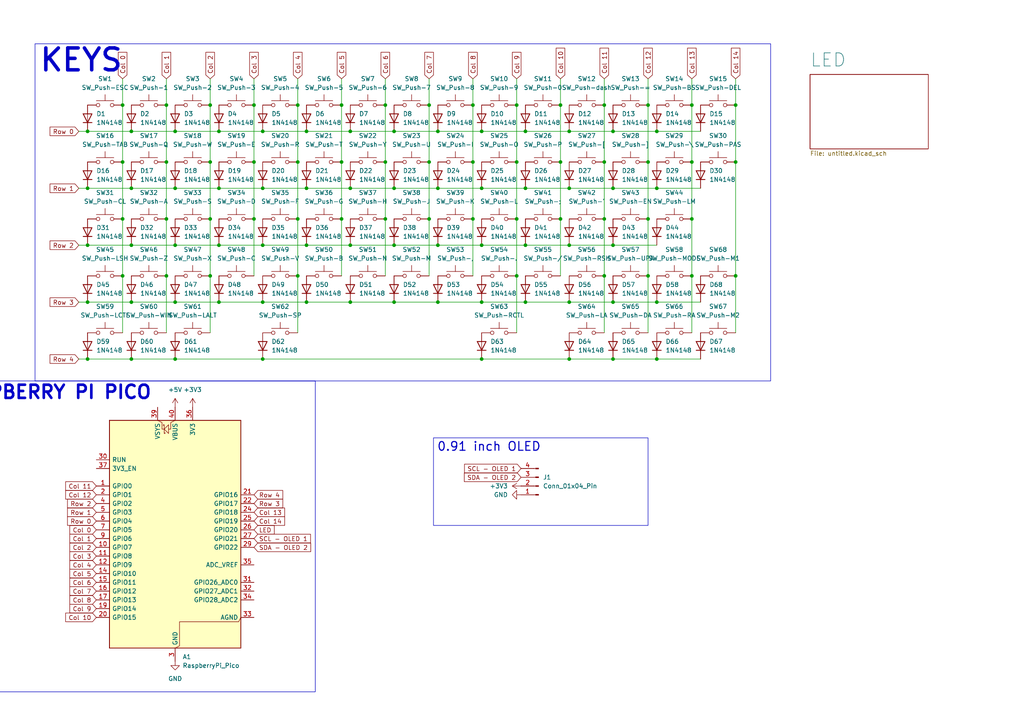
<source format=kicad_sch>
(kicad_sch (version 20250114) (generator "eeschema") (generator_version "9.0")
  (paper "A4")
  (lib_symbols
    (symbol "Connector:Conn_01x04_Pin" (pin_names (offset 1.016) (hide yes))
      (property "Reference" "J" (at 0 5.08 0))
      (property "Value" "Conn_01x04_Pin" (at 0 -7.62 0))
      (symbol "Conn_01x04_Pin_1_1"
        (pin passive line (at 5.08 2.54 180) (length 3.81) (name "Pin_1") (number "1"))
        (pin passive line (at 5.08 0 180) (length 3.81) (name "Pin_2") (number "2"))
        (pin passive line (at 5.08 -2.54 180) (length 3.81) (name "Pin_3") (number "3"))
        (pin passive line (at 5.08 -5.08 180) (length 3.81) (name "Pin_4") (number "4"))
      )
    )
    (symbol "Diode:1N4148" (pin_numbers (hide yes)) (pin_names (hide yes))
      (property "Reference" "D" (at 0 2.54 0))
      (property "Value" "1N4148" (at 0 -2.54 0))
      (symbol "1N4148_1_1"
        (pin passive line (at -3.81 0 0) (length 2.54) (name "K") (number "1"))
        (pin passive line (at 3.81 0 180) (length 2.54) (name "A") (number "2"))
      )
    )
    (symbol "MCU_Module:RaspberryPi_Pico" (pin_names (offset 0.762))
      (property "Reference" "A" (at -19.05 35.56 0))
      (property "Value" "RaspberryPi_Pico" (at 7.62 35.56 0))
      (symbol "RaspberryPi_Pico_1_1"
        (pin passive line (at -22.86 22.86 0) (length 3.81) (name "RUN") (number "30"))
        (pin passive line (at -22.86 20.32 0) (length 3.81) (name "3V3_EN") (number "37"))
        (pin bidirectional line (at -22.86 15.24 0) (length 3.81) (name "GPIO0") (number "1"))
        (pin bidirectional line (at -22.86 12.7 0) (length 3.81) (name "GPIO1") (number "2"))
        (pin bidirectional line (at -22.86 10.16 0) (length 3.81) (name "GPIO2") (number "4"))
        (pin bidirectional line (at -22.86 7.62 0) (length 3.81) (name "GPIO3") (number "5"))
        (pin bidirectional line (at -22.86 5.08 0) (length 3.81) (name "GPIO4") (number "6"))
        (pin bidirectional line (at -22.86 2.54 0) (length 3.81) (name "GPIO5") (number "7"))
        (pin bidirectional line (at -22.86 0 0) (length 3.81) (name "GPIO6") (number "9"))
        (pin bidirectional line (at -22.86 -2.54 0) (length 3.81) (name "GPIO7") (number "10"))
        (pin bidirectional line (at -22.86 -5.08 0) (length 3.81) (name "GPIO8") (number "11"))
        (pin bidirectional line (at -22.86 -7.62 0) (length 3.81) (name "GPIO9") (number "12"))
        (pin bidirectional line (at -22.86 -10.16 0) (length 3.81) (name "GPIO10") (number "14"))
        (pin bidirectional line (at -22.86 -12.7 0) (length 3.81) (name "GPIO11") (number "15"))
        (pin bidirectional line (at -22.86 -15.24 0) (length 3.81) (name "GPIO12") (number "16"))
        (pin bidirectional line (at -22.86 -17.78 0) (length 3.81) (name "GPIO13") (number "17"))
        (pin bidirectional line (at -22.86 -20.32 0) (length 3.81) (name "GPIO14") (number "19"))
        (pin bidirectional line (at -22.86 -22.86 0) (length 3.81) (name "GPIO15") (number "20"))
        (pin power_in line (at -5.08 38.1 270) (length 3.81) (name "VSYS") (number "39"))
        (pin power_out line (at 0 38.1 270) (length 3.81) (name "VBUS") (number "40"))
        (pin passive line (at 0 -35.56 90) (length 3.81) (hide yes) (name "GND") (number "13"))
        (pin passive line (at 0 -35.56 90) (length 3.81) (hide yes) (name "GND") (number "18"))
        (pin passive line (at 0 -35.56 90) (length 3.81) (hide yes) (name "GND") (number "23"))
        (pin passive line (at 0 -35.56 90) (length 3.81) (hide yes) (name "GND") (number "28"))
        (pin power_out line (at 0 -35.56 90) (length 3.81) (name "GND") (number "3"))
        (pin passive line (at 0 -35.56 90) (length 3.81) (hide yes) (name "GND") (number "38"))
        (pin passive line (at 0 -35.56 90) (length 3.81) (hide yes) (name "GND") (number "8"))
        (pin power_out line (at 5.08 38.1 270) (length 3.81) (name "3V3") (number "36"))
        (pin bidirectional line (at 22.86 12.7 180) (length 3.81) (name "GPIO16") (number "21"))
        (pin bidirectional line (at 22.86 10.16 180) (length 3.81) (name "GPIO17") (number "22"))
        (pin bidirectional line (at 22.86 7.62 180) (length 3.81) (name "GPIO18") (number "24"))
        (pin bidirectional line (at 22.86 5.08 180) (length 3.81) (name "GPIO19") (number "25"))
        (pin bidirectional line (at 22.86 2.54 180) (length 3.81) (name "GPIO20") (number "26"))
        (pin bidirectional line (at 22.86 0 180) (length 3.81) (name "GPIO21") (number "27"))
        (pin bidirectional line (at 22.86 -2.54 180) (length 3.81) (name "GPIO22") (number "29"))
        (pin power_in line (at 22.86 -7.62 180) (length 3.81) (name "ADC_VREF") (number "35"))
        (pin bidirectional line (at 22.86 -12.7 180) (length 3.81) (name "GPIO26_ADC0") (number "31"))
        (pin bidirectional line (at 22.86 -15.24 180) (length 3.81) (name "GPIO27_ADC1") (number "32"))
        (pin bidirectional line (at 22.86 -17.78 180) (length 3.81) (name "GPIO28_ADC2") (number "34"))
        (pin power_out line (at 22.86 -22.86 180) (length 3.81) (name "AGND") (number "33"))
      )
    )
    (symbol "Switch:SW_Push" (pin_numbers (hide yes)) (pin_names (offset 1.016) (hide yes))
      (property "Reference" "SW" (at 1.27 2.54 0))
      (property "Value" "SW_Push" (at 0 -1.524 0))
      (symbol "SW_Push_0_1"
        (pin passive line (at -5.08 0 0) (length 2.54) (name "1") (number "1"))
        (pin passive line (at 5.08 0 180) (length 2.54) (name "2") (number "2"))
      )
    )
    (symbol "power:+3V3" (power) (pin_numbers (hide yes)) (pin_names (offset 0) (hide yes))
      (property "Value" "+3V3" (at 0 3.556 0))
      (symbol "+3V3_1_1"
        (pin power_in line (at 0 0 90) (length 0) (name "~") (number "1"))
      )
    )
    (symbol "power:+5V" (power) (pin_numbers (hide yes)) (pin_names (offset 0) (hide yes))
      (property "Value" "+5V" (at 0 3.556 0))
      (symbol "+5V_1_1"
        (pin power_in line (at 0 0 90) (length 0) (name "~") (number "1"))
      )
    )
    (symbol "power:GND" (power) (pin_numbers (hide yes)) (pin_names (offset 0) (hide yes))
      (property "Value" "GND" (at 0 -3.81 0))
      (symbol "GND_1_1"
        (pin power_in line (at 0 0 270) (length 0) (name "~") (number "1"))
      )
    )
  )
  (text_box "RASPBERRY PI PICO" (at -15.24 110.49 0) (size 106.68 90.17) (margins 0.9525 0.9525 0.9525 0.9525) (effects (font (size 3.81 3.81) (thickness 0.762) (bold yes)) (justify left top)))
  (text_box "0.91 inch OLED" (at 125.73 127 0) (size 62.23 25.4) (margins 0.9525 0.9525 0.9525 0.9525) (effects (font (size 2.54 2.54) (thickness 0.3175)) (justify left top)))
  (text_box "KEYS" (at 10.16 12.7 0) (size 213.36 97.79) (margins 0.9525 0.9525 0.9525 0.9525) (effects (font (size 6.35 6.35) (thickness 1.016) (bold yes)) (justify left top)))
  (junction (at 35.56 80.01))
  (junction (at 86.36 46.99))
  (junction (at 177.8 71.12))
  (junction (at 99.06 30.48))
  (junction (at 25.4 87.63))
  (junction (at 48.26 46.99))
  (junction (at 111.76 46.99))
  (junction (at 213.36 30.48))
  (junction (at 190.5 104.14))
  (junction (at 175.26 80.01))
  (junction (at 124.46 63.5))
  (junction (at 149.86 30.48))
  (junction (at 50.8 54.61))
  (junction (at 50.8 38.1))
  (junction (at 38.1 104.14))
  (junction (at 60.96 80.01))
  (junction (at 200.66 30.48))
  (junction (at 190.5 54.61))
  (junction (at 101.6 71.12))
  (junction (at 149.86 80.01))
  (junction (at 50.8 104.14))
  (junction (at 88.9 38.1))
  (junction (at 88.9 71.12))
  (junction (at 190.5 38.1))
  (junction (at 111.76 63.5))
  (junction (at 63.5 38.1))
  (junction (at 149.86 46.99))
  (junction (at 177.8 104.14))
  (junction (at 187.96 63.5))
  (junction (at 63.5 54.61))
  (junction (at 175.26 30.48))
  (junction (at 127 38.1))
  (junction (at 35.56 63.5))
  (junction (at 88.9 54.61))
  (junction (at 165.1 38.1))
  (junction (at 99.06 63.5))
  (junction (at 50.8 87.63))
  (junction (at 35.56 30.48))
  (junction (at 162.56 30.48))
  (junction (at 25.4 71.12))
  (junction (at 76.2 38.1))
  (junction (at 137.16 63.5))
  (junction (at 114.3 38.1))
  (junction (at 213.36 46.99))
  (junction (at 165.1 104.14))
  (junction (at 139.7 71.12))
  (junction (at 213.36 80.01))
  (junction (at 76.2 71.12))
  (junction (at 86.36 30.48))
  (junction (at 127 54.61))
  (junction (at 175.26 46.99))
  (junction (at 139.7 38.1))
  (junction (at 165.1 71.12))
  (junction (at 139.7 104.14))
  (junction (at 165.1 54.61))
  (junction (at 38.1 87.63))
  (junction (at 127 87.63))
  (junction (at 114.3 71.12))
  (junction (at 177.8 54.61))
  (junction (at 60.96 63.5))
  (junction (at 127 71.12))
  (junction (at 101.6 87.63))
  (junction (at 152.4 38.1))
  (junction (at 111.76 30.48))
  (junction (at 48.26 30.48))
  (junction (at 73.66 46.99))
  (junction (at 124.46 46.99))
  (junction (at 48.26 63.5))
  (junction (at 86.36 80.01))
  (junction (at 162.56 63.5))
  (junction (at 76.2 104.14))
  (junction (at 101.6 38.1))
  (junction (at 25.4 104.14))
  (junction (at 165.1 87.63))
  (junction (at 63.5 71.12))
  (junction (at 200.66 63.5))
  (junction (at 63.5 87.63))
  (junction (at 200.66 46.99))
  (junction (at 175.26 63.5))
  (junction (at 38.1 38.1))
  (junction (at 86.36 63.5))
  (junction (at 162.56 46.99))
  (junction (at 149.86 63.5))
  (junction (at 60.96 46.99))
  (junction (at 38.1 71.12))
  (junction (at 114.3 54.61))
  (junction (at 38.1 54.61))
  (junction (at 48.26 80.01))
  (junction (at 60.96 30.48))
  (junction (at 99.06 46.99))
  (junction (at 137.16 30.48))
  (junction (at 101.6 54.61))
  (junction (at 152.4 87.63))
  (junction (at 114.3 87.63))
  (junction (at 187.96 30.48))
  (junction (at 187.96 46.99))
  (junction (at 137.16 46.99))
  (junction (at 200.66 80.01))
  (junction (at 187.96 80.01))
  (junction (at 50.8 71.12))
  (junction (at 124.46 30.48))
  (junction (at 152.4 71.12))
  (junction (at 76.2 54.61))
  (junction (at 139.7 87.63))
  (junction (at 25.4 54.61))
  (junction (at 25.4 38.1))
  (junction (at 73.66 63.5))
  (junction (at 190.5 87.63))
  (junction (at 88.9 87.63))
  (junction (at 177.8 38.1))
  (junction (at 73.66 30.48))
  (junction (at 35.56 46.99))
  (junction (at 177.8 87.63))
  (junction (at 139.7 54.61))
  (junction (at 76.2 87.63))
  (junction (at 152.4 54.61))
  (wire (pts (xy 99.06 30.48) (xy 99.06 46.99)))
  (wire (pts (xy 114.3 87.63) (xy 127 87.63)))
  (wire (pts (xy 50.8 38.1) (xy 63.5 38.1)))
  (wire (pts (xy 63.5 38.1) (xy 76.2 38.1)))
  (wire (pts (xy 86.36 80.01) (xy 86.36 96.52)))
  (wire (pts (xy 149.86 22.86) (xy 149.86 30.48)))
  (wire (pts (xy 35.56 46.99) (xy 35.56 63.5)))
  (wire (pts (xy 111.76 30.48) (xy 111.76 46.99)))
  (wire (pts (xy 124.46 63.5) (xy 124.46 80.01)))
  (wire (pts (xy 22.86 87.63) (xy 25.4 87.63)))
  (wire (pts (xy 35.56 22.86) (xy 35.56 30.48)))
  (wire (pts (xy 50.8 104.14) (xy 76.2 104.14)))
  (wire (pts (xy 162.56 22.86) (xy 162.56 30.48)))
  (wire (pts (xy 190.5 87.63) (xy 203.2 87.63)))
  (wire (pts (xy 175.26 30.48) (xy 175.26 46.99)))
  (wire (pts (xy 162.56 46.99) (xy 162.56 63.5)))
  (wire (pts (xy 101.6 87.63) (xy 114.3 87.63)))
  (wire (pts (xy 137.16 63.5) (xy 137.16 80.01)))
  (wire (pts (xy 175.26 63.5) (xy 175.26 80.01)))
  (wire (pts (xy 127 54.61) (xy 139.7 54.61)))
  (wire (pts (xy 187.96 63.5) (xy 187.96 80.01)))
  (wire (pts (xy 38.1 87.63) (xy 50.8 87.63)))
  (wire (pts (xy 177.8 104.14) (xy 190.5 104.14)))
  (wire (pts (xy 177.8 54.61) (xy 190.5 54.61)))
  (wire (pts (xy 48.26 22.86) (xy 48.26 30.48)))
  (wire (pts (xy 190.5 54.61) (xy 203.2 54.61)))
  (wire (pts (xy 149.86 46.99) (xy 149.86 63.5)))
  (wire (pts (xy 86.36 30.48) (xy 86.36 46.99)))
  (wire (pts (xy 63.5 87.63) (xy 76.2 87.63)))
  (wire (pts (xy 99.06 22.86) (xy 99.06 30.48)))
  (wire (pts (xy 162.56 30.48) (xy 162.56 46.99)))
  (wire (pts (xy 35.56 30.48) (xy 35.56 46.99)))
  (wire (pts (xy 213.36 30.48) (xy 213.36 46.99)))
  (wire (pts (xy 50.8 87.63) (xy 63.5 87.63)))
  (wire (pts (xy 149.86 63.5) (xy 149.86 80.01)))
  (wire (pts (xy 60.96 22.86) (xy 60.96 30.48)))
  (wire (pts (xy 88.9 87.63) (xy 101.6 87.63)))
  (wire (pts (xy 114.3 71.12) (xy 127 71.12)))
  (wire (pts (xy 139.7 87.63) (xy 152.4 87.63)))
  (wire (pts (xy 139.7 104.14) (xy 165.1 104.14)))
  (wire (pts (xy 50.8 71.12) (xy 63.5 71.12)))
  (wire (pts (xy 111.76 46.99) (xy 111.76 63.5)))
  (wire (pts (xy 187.96 80.01) (xy 187.96 96.52)))
  (wire (pts (xy 73.66 63.5) (xy 73.66 80.01)))
  (wire (pts (xy 35.56 80.01) (xy 35.56 96.52)))
  (wire (pts (xy 60.96 30.48) (xy 60.96 46.99)))
  (wire (pts (xy 73.66 30.48) (xy 73.66 46.99)))
  (wire (pts (xy 114.3 54.61) (xy 127 54.61)))
  (wire (pts (xy 76.2 54.61) (xy 88.9 54.61)))
  (wire (pts (xy 137.16 22.86) (xy 137.16 30.48)))
  (wire (pts (xy 86.36 46.99) (xy 86.36 63.5)))
  (wire (pts (xy 127 38.1) (xy 139.7 38.1)))
  (wire (pts (xy 111.76 63.5) (xy 111.76 80.01)))
  (wire (pts (xy 175.26 22.86) (xy 175.26 30.48)))
  (wire (pts (xy 149.86 30.48) (xy 149.86 46.99)))
  (wire (pts (xy 190.5 38.1) (xy 203.2 38.1)))
  (wire (pts (xy 139.7 54.61) (xy 152.4 54.61)))
  (wire (pts (xy 127 87.63) (xy 139.7 87.63)))
  (wire (pts (xy 63.5 71.12) (xy 76.2 71.12)))
  (wire (pts (xy 38.1 104.14) (xy 50.8 104.14)))
  (wire (pts (xy 175.26 46.99) (xy 175.26 63.5)))
  (wire (pts (xy 213.36 22.86) (xy 213.36 30.48)))
  (wire (pts (xy 165.1 54.61) (xy 177.8 54.61)))
  (wire (pts (xy 114.3 38.1) (xy 127 38.1)))
  (wire (pts (xy 101.6 38.1) (xy 114.3 38.1)))
  (wire (pts (xy 165.1 71.12) (xy 177.8 71.12)))
  (wire (pts (xy 25.4 71.12) (xy 38.1 71.12)))
  (wire (pts (xy 200.66 63.5) (xy 200.66 80.01)))
  (wire (pts (xy 137.16 46.99) (xy 137.16 63.5)))
  (wire (pts (xy 152.4 71.12) (xy 165.1 71.12)))
  (wire (pts (xy 25.4 104.14) (xy 38.1 104.14)))
  (wire (pts (xy 165.1 104.14) (xy 177.8 104.14)))
  (wire (pts (xy 187.96 30.48) (xy 187.96 46.99)))
  (wire (pts (xy 86.36 63.5) (xy 86.36 80.01)))
  (wire (pts (xy 152.4 54.61) (xy 165.1 54.61)))
  (wire (pts (xy 165.1 38.1) (xy 177.8 38.1)))
  (wire (pts (xy 38.1 71.12) (xy 50.8 71.12)))
  (wire (pts (xy 76.2 87.63) (xy 88.9 87.63)))
  (wire (pts (xy 73.66 46.99) (xy 73.66 63.5)))
  (wire (pts (xy 76.2 38.1) (xy 88.9 38.1)))
  (wire (pts (xy 101.6 54.61) (xy 114.3 54.61)))
  (wire (pts (xy 101.6 71.12) (xy 114.3 71.12)))
  (wire (pts (xy 48.26 63.5) (xy 48.26 80.01)))
  (wire (pts (xy 200.66 46.99) (xy 200.66 63.5)))
  (wire (pts (xy 22.86 54.61) (xy 25.4 54.61)))
  (wire (pts (xy 175.26 80.01) (xy 175.26 96.52)))
  (wire (pts (xy 76.2 71.12) (xy 88.9 71.12)))
  (wire (pts (xy 187.96 46.99) (xy 187.96 63.5)))
  (wire (pts (xy 200.66 22.86) (xy 200.66 30.48)))
  (wire (pts (xy 213.36 80.01) (xy 213.36 96.52)))
  (wire (pts (xy 152.4 38.1) (xy 165.1 38.1)))
  (wire (pts (xy 60.96 46.99) (xy 60.96 63.5)))
  (wire (pts (xy 60.96 63.5) (xy 60.96 80.01)))
  (wire (pts (xy 88.9 71.12) (xy 101.6 71.12)))
  (wire (pts (xy 177.8 87.63) (xy 190.5 87.63)))
  (wire (pts (xy 177.8 38.1) (xy 190.5 38.1)))
  (wire (pts (xy 48.26 46.99) (xy 48.26 63.5)))
  (wire (pts (xy 86.36 22.86) (xy 86.36 30.48)))
  (wire (pts (xy 99.06 63.5) (xy 99.06 80.01)))
  (wire (pts (xy 60.96 80.01) (xy 60.96 96.52)))
  (wire (pts (xy 48.26 30.48) (xy 48.26 46.99)))
  (wire (pts (xy 124.46 22.86) (xy 124.46 30.48)))
  (wire (pts (xy 200.66 80.01) (xy 200.66 96.52)))
  (wire (pts (xy 190.5 104.14) (xy 203.2 104.14)))
  (wire (pts (xy 139.7 71.12) (xy 152.4 71.12)))
  (wire (pts (xy 124.46 30.48) (xy 124.46 46.99)))
  (wire (pts (xy 149.86 80.01) (xy 149.86 96.52)))
  (wire (pts (xy 88.9 54.61) (xy 101.6 54.61)))
  (wire (pts (xy 152.4 87.63) (xy 165.1 87.63)))
  (wire (pts (xy 124.46 46.99) (xy 124.46 63.5)))
  (wire (pts (xy 25.4 54.61) (xy 38.1 54.61)))
  (wire (pts (xy 88.9 38.1) (xy 101.6 38.1)))
  (wire (pts (xy 35.56 63.5) (xy 35.56 80.01)))
  (wire (pts (xy 177.8 71.12) (xy 190.5 71.12)))
  (wire (pts (xy 99.06 46.99) (xy 99.06 63.5)))
  (wire (pts (xy 22.86 104.14) (xy 25.4 104.14)))
  (wire (pts (xy 213.36 46.99) (xy 213.36 80.01)))
  (wire (pts (xy 76.2 104.14) (xy 139.7 104.14)))
  (wire (pts (xy 137.16 30.48) (xy 137.16 46.99)))
  (wire (pts (xy 165.1 87.63) (xy 177.8 87.63)))
  (wire (pts (xy 63.5 54.61) (xy 76.2 54.61)))
  (wire (pts (xy 127 71.12) (xy 139.7 71.12)))
  (wire (pts (xy 22.86 71.12) (xy 25.4 71.12)))
  (wire (pts (xy 50.8 54.61) (xy 63.5 54.61)))
  (wire (pts (xy 187.96 22.86) (xy 187.96 30.48)))
  (wire (pts (xy 38.1 38.1) (xy 50.8 38.1)))
  (wire (pts (xy 111.76 22.86) (xy 111.76 30.48)))
  (wire (pts (xy 200.66 30.48) (xy 200.66 46.99)))
  (wire (pts (xy 22.86 38.1) (xy 25.4 38.1)))
  (wire (pts (xy 38.1 54.61) (xy 50.8 54.61)))
  (wire (pts (xy 162.56 63.5) (xy 162.56 80.01)))
  (wire (pts (xy 25.4 38.1) (xy 38.1 38.1)))
  (wire (pts (xy 139.7 38.1) (xy 152.4 38.1)))
  (wire (pts (xy 25.4 87.63) (xy 38.1 87.63)))
  (wire (pts (xy 73.66 22.86) (xy 73.66 30.48)))
  (wire (pts (xy 48.26 80.01) (xy 48.26 96.52)))
  (global_label "Col 4" (shape input) (at 86.36 22.86 90) (property "Intersheetrefs" "${INTERSHEET_REFS}" (effects (hide yes))))
  (global_label "Col 6" (shape input) (at 27.94 168.91 180) (property "Intersheetrefs" "${INTERSHEET_REFS}" (effects (hide yes))))
  (global_label "Col 7" (shape input) (at 124.46 22.86 90) (property "Intersheetrefs" "${INTERSHEET_REFS}" (effects (hide yes))))
  (global_label "LED" (shape input) (at 73.66 153.67 0) (property "Intersheetrefs" "${INTERSHEET_REFS}" (effects (hide yes))))
  (global_label "Row 0" (shape input) (at 22.86 38.1 180) (property "Intersheetrefs" "${INTERSHEET_REFS}" (effects (hide yes))))
  (global_label "Row 4" (shape input) (at 22.86 104.14 180) (property "Intersheetrefs" "${INTERSHEET_REFS}" (effects (hide yes))))
  (global_label "Col 1" (shape input) (at 27.94 156.21 180) (property "Intersheetrefs" "${INTERSHEET_REFS}" (effects (hide yes))))
  (global_label "Col 3" (shape input) (at 27.94 161.29 180) (property "Intersheetrefs" "${INTERSHEET_REFS}" (effects (hide yes))))
  (global_label "Col 4" (shape input) (at 27.94 163.83 180) (property "Intersheetrefs" "${INTERSHEET_REFS}" (effects (hide yes))))
  (global_label "SCL - OLED 1" (shape input) (at 151.13 135.89 180) (property "Intersheetrefs" "${INTERSHEET_REFS}" (effects (hide yes))))
  (global_label "Col 12" (shape input) (at 27.94 143.51 180) (property "Intersheetrefs" "${INTERSHEET_REFS}" (effects (hide yes))))
  (global_label "SCL - OLED 1" (shape input) (at 73.66 156.21 0) (property "Intersheetrefs" "${INTERSHEET_REFS}" (effects (hide yes))))
  (global_label "Col 8" (shape input) (at 137.16 22.86 90) (property "Intersheetrefs" "${INTERSHEET_REFS}" (effects (hide yes))))
  (global_label "Col 6" (shape input) (at 111.76 22.86 90) (property "Intersheetrefs" "${INTERSHEET_REFS}" (effects (hide yes))))
  (global_label "Col 1" (shape input) (at 48.26 22.86 90) (property "Intersheetrefs" "${INTERSHEET_REFS}" (effects (hide yes))))
  (global_label "Row 4" (shape input) (at 73.66 143.51 0) (property "Intersheetrefs" "${INTERSHEET_REFS}" (effects (hide yes))))
  (global_label "Col 10" (shape input) (at 162.56 22.86 90) (property "Intersheetrefs" "${INTERSHEET_REFS}" (effects (hide yes))))
  (global_label "Row 3" (shape input) (at 22.86 87.63 180) (property "Intersheetrefs" "${INTERSHEET_REFS}" (effects (hide yes))))
  (global_label "Col 14" (shape input) (at 73.66 151.13 0) (property "Intersheetrefs" "${INTERSHEET_REFS}" (effects (hide yes))))
  (global_label "Col 0" (shape input) (at 27.94 153.67 180) (property "Intersheetrefs" "${INTERSHEET_REFS}" (effects (hide yes))))
  (global_label "Col 11" (shape input) (at 175.26 22.86 90) (property "Intersheetrefs" "${INTERSHEET_REFS}" (effects (hide yes))))
  (global_label "Col 3" (shape input) (at 73.66 22.86 90) (property "Intersheetrefs" "${INTERSHEET_REFS}" (effects (hide yes))))
  (global_label "Col 5" (shape input) (at 99.06 22.86 90) (property "Intersheetrefs" "${INTERSHEET_REFS}" (effects (hide yes))))
  (global_label "Row 2" (shape input) (at 27.94 146.05 180) (property "Intersheetrefs" "${INTERSHEET_REFS}" (effects (hide yes))))
  (global_label "SDA - OLED 2" (shape input) (at 151.13 138.43 180) (property "Intersheetrefs" "${INTERSHEET_REFS}" (effects (hide yes))))
  (global_label "Col 5" (shape input) (at 27.94 166.37 180) (property "Intersheetrefs" "${INTERSHEET_REFS}" (effects (hide yes))))
  (global_label "Row 0" (shape input) (at 27.94 151.13 180) (property "Intersheetrefs" "${INTERSHEET_REFS}" (effects (hide yes))))
  (global_label "Col 10" (shape input) (at 27.94 179.07 180) (property "Intersheetrefs" "${INTERSHEET_REFS}" (effects (hide yes))))
  (global_label "Col 9" (shape input) (at 27.94 176.53 180) (property "Intersheetrefs" "${INTERSHEET_REFS}" (effects (hide yes))))
  (global_label "Col 7" (shape input) (at 27.94 171.45 180) (property "Intersheetrefs" "${INTERSHEET_REFS}" (effects (hide yes))))
  (global_label "Col 9" (shape input) (at 149.86 22.86 90) (property "Intersheetrefs" "${INTERSHEET_REFS}" (effects (hide yes))))
  (global_label "Col 14" (shape input) (at 213.36 22.86 90) (property "Intersheetrefs" "${INTERSHEET_REFS}" (effects (hide yes))))
  (global_label "Col 2" (shape input) (at 27.94 158.75 180) (property "Intersheetrefs" "${INTERSHEET_REFS}" (effects (hide yes))))
  (global_label "Row 2" (shape input) (at 22.86 71.12 180) (property "Intersheetrefs" "${INTERSHEET_REFS}" (effects (hide yes))))
  (global_label "Col 13" (shape input) (at 73.66 148.59 0) (property "Intersheetrefs" "${INTERSHEET_REFS}" (effects (hide yes))))
  (global_label "Col 0" (shape input) (at 35.56 22.86 90) (property "Intersheetrefs" "${INTERSHEET_REFS}" (effects (hide yes))))
  (global_label "Row 3" (shape input) (at 73.66 146.05 0) (property "Intersheetrefs" "${INTERSHEET_REFS}" (effects (hide yes))))
  (global_label "Col 12" (shape input) (at 187.96 22.86 90) (property "Intersheetrefs" "${INTERSHEET_REFS}" (effects (hide yes))))
  (global_label "SDA - OLED 2" (shape input) (at 73.66 158.75 0) (property "Intersheetrefs" "${INTERSHEET_REFS}" (effects (hide yes))))
  (global_label "Col 2" (shape input) (at 60.96 22.86 90) (property "Intersheetrefs" "${INTERSHEET_REFS}" (effects (hide yes))))
  (global_label "Row 1" (shape input) (at 27.94 148.59 180) (property "Intersheetrefs" "${INTERSHEET_REFS}" (effects (hide yes))))
  (global_label "Col 13" (shape input) (at 200.66 22.86 90) (property "Intersheetrefs" "${INTERSHEET_REFS}" (effects (hide yes))))
  (global_label "Col 8" (shape input) (at 27.94 173.99 180) (property "Intersheetrefs" "${INTERSHEET_REFS}" (effects (hide yes))))
  (global_label "Col 11" (shape input) (at 27.94 140.97 180) (property "Intersheetrefs" "${INTERSHEET_REFS}" (effects (hide yes))))
  (global_label "Row 1" (shape input) (at 22.86 54.61 180) (property "Intersheetrefs" "${INTERSHEET_REFS}" (effects (hide yes))))
  (symbol (lib_id "Diode:1N4148") (at 76.2 50.8 90) (unit 1)
    (property "Reference" "D20" (at 78.74 49.5299 90) (effects (justify right)))
    (property "Value" "1N4148" (at 78.74 52.0699 90) (effects (justify right)))
    (property "Footprint" "Diode_THT:D_DO-35_SOD27_P7.62mm_Horizontal" (effects (hide yes)))
    (property "Datasheet" "https://assets.nexperia.com/documents/data-sheet/1N4148_1N4448.pdf" (effects (hide yes)))
    (property "Description" "100V 0.15A standard switching diode, DO-35" (effects (hide yes)))
    (property "Sim.Device" "D" (effects (hide yes)))
    (property "Sim.Pins" "1=K 2=A" (effects (hide yes)))
  )
  (symbol (lib_id "Diode:1N4148") (at 25.4 50.8 90) (unit 1)
    (property "Reference" "D16" (at 27.94 49.5299 90) (effects (justify right)))
    (property "Value" "1N4148" (at 27.94 52.0699 90) (effects (justify right)))
    (property "Footprint" "Diode_THT:D_DO-35_SOD27_P7.62mm_Horizontal" (effects (hide yes)))
    (property "Datasheet" "https://assets.nexperia.com/documents/data-sheet/1N4148_1N4448.pdf" (effects (hide yes)))
    (property "Description" "100V 0.15A standard switching diode, DO-35" (effects (hide yes)))
    (property "Sim.Device" "D" (effects (hide yes)))
    (property "Sim.Pins" "1=K 2=A" (effects (hide yes)))
  )
  (symbol (lib_id "Switch:SW_Push") (at 106.68 80.01 0) (unit 1)
    (property "Reference" "SW51" (at 106.68 72.39 0))
    (property "Value" "SW_Push-N" (at 106.68 74.93 0))
    (property "Footprint" "3D modeled versions:SW_Cherry_MX_1.00u_PCB3D" (effects (hide yes)))
    (property "Description" "Push button switch, generic, two pins" (effects (hide yes)))
  )
  (symbol (lib_id "Diode:1N4148") (at 139.7 83.82 90) (unit 1)
    (property "Reference" "D54" (at 142.24 82.5499 90) (effects (justify right)))
    (property "Value" "1N4148" (at 142.24 85.0899 90) (effects (justify right)))
    (property "Footprint" "Diode_THT:D_DO-35_SOD27_P7.62mm_Horizontal" (effects (hide yes)))
    (property "Datasheet" "https://assets.nexperia.com/documents/data-sheet/1N4148_1N4448.pdf" (effects (hide yes)))
    (property "Description" "100V 0.15A standard switching diode, DO-35" (effects (hide yes)))
    (property "Sim.Device" "D" (effects (hide yes)))
    (property "Sim.Pins" "1=K 2=A" (effects (hide yes)))
  )
  (symbol (lib_id "Diode:1N4148") (at 50.8 50.8 90) (unit 1)
    (property "Reference" "D18" (at 53.34 49.5299 90) (effects (justify right)))
    (property "Value" "1N4148" (at 53.34 52.0699 90) (effects (justify right)))
    (property "Footprint" "Diode_THT:D_DO-35_SOD27_P7.62mm_Horizontal" (effects (hide yes)))
    (property "Datasheet" "https://assets.nexperia.com/documents/data-sheet/1N4148_1N4448.pdf" (effects (hide yes)))
    (property "Description" "100V 0.15A standard switching diode, DO-35" (effects (hide yes)))
    (property "Sim.Device" "D" (effects (hide yes)))
    (property "Sim.Pins" "1=K 2=A" (effects (hide yes)))
  )
  (symbol (lib_id "Diode:1N4148") (at 63.5 34.29 90) (unit 1)
    (property "Reference" "D4" (at 66.04 33.0199 90) (effects (justify right)))
    (property "Value" "1N4148" (at 66.04 35.5599 90) (effects (justify right)))
    (property "Footprint" "Diode_THT:D_DO-35_SOD27_P7.62mm_Horizontal" (effects (hide yes)))
    (property "Datasheet" "https://assets.nexperia.com/documents/data-sheet/1N4148_1N4448.pdf" (effects (hide yes)))
    (property "Description" "100V 0.15A standard switching diode, DO-35" (effects (hide yes)))
    (property "Sim.Device" "D" (effects (hide yes)))
    (property "Sim.Pins" "1=K 2=A" (effects (hide yes)))
  )
  (symbol (lib_id "Diode:1N4148") (at 25.4 100.33 90) (unit 1)
    (property "Reference" "D59" (at 27.94 99.0599 90) (effects (justify right)))
    (property "Value" "1N4148" (at 27.94 101.5999 90) (effects (justify right)))
    (property "Footprint" "Diode_THT:D_DO-35_SOD27_P7.62mm_Horizontal" (effects (hide yes)))
    (property "Datasheet" "https://assets.nexperia.com/documents/data-sheet/1N4148_1N4448.pdf" (effects (hide yes)))
    (property "Description" "100V 0.15A standard switching diode, DO-35" (effects (hide yes)))
    (property "Sim.Device" "D" (effects (hide yes)))
    (property "Sim.Pins" "1=K 2=A" (effects (hide yes)))
  )
  (symbol (lib_id "Diode:1N4148") (at 177.8 50.8 90) (unit 1)
    (property "Reference" "D28" (at 180.34 49.5299 90) (effects (justify right)))
    (property "Value" "1N4148" (at 180.34 52.0699 90) (effects (justify right)))
    (property "Footprint" "Diode_THT:D_DO-35_SOD27_P7.62mm_Horizontal" (effects (hide yes)))
    (property "Datasheet" "https://assets.nexperia.com/documents/data-sheet/1N4148_1N4448.pdf" (effects (hide yes)))
    (property "Description" "100V 0.15A standard switching diode, DO-35" (effects (hide yes)))
    (property "Sim.Device" "D" (effects (hide yes)))
    (property "Sim.Pins" "1=K 2=A" (effects (hide yes)))
  )
  (symbol (lib_id "power:+5V") (at 50.8 118.11 0) (unit 1)
    (property "Reference" "#PWR0136" (effects (hide yes)))
    (property "Value" "+5V" (at 50.8 113.03 0))
    (property "Description" "Power symbol creates a global label with name \"+5V\"" (effects (hide yes)))
  )
  (symbol (lib_id "Diode:1N4148") (at 152.4 83.82 90) (unit 1)
    (property "Reference" "D55" (at 154.94 82.5499 90) (effects (justify right)))
    (property "Value" "1N4148" (at 154.94 85.0899 90) (effects (justify right)))
    (property "Footprint" "Diode_THT:D_DO-35_SOD27_P7.62mm_Horizontal" (effects (hide yes)))
    (property "Datasheet" "https://assets.nexperia.com/documents/data-sheet/1N4148_1N4448.pdf" (effects (hide yes)))
    (property "Description" "100V 0.15A standard switching diode, DO-35" (effects (hide yes)))
    (property "Sim.Device" "D" (effects (hide yes)))
    (property "Sim.Pins" "1=K 2=A" (effects (hide yes)))
  )
  (symbol (lib_id "Switch:SW_Push") (at 182.88 63.5 0) (unit 1)
    (property "Reference" "SW43" (at 182.88 55.88 0))
    (property "Value" "SW_Push-EN" (at 182.88 58.42 0))
    (property "Footprint" "3D modeled versions:SW_Cherry_MX_2.25u_PCB3D+Stabilizer" (effects (hide yes)))
    (property "Description" "Push button switch, generic, two pins" (effects (hide yes)))
  )
  (symbol (lib_id "Diode:1N4148") (at 165.1 50.8 90) (unit 1)
    (property "Reference" "D27" (at 167.64 49.5299 90) (effects (justify right)))
    (property "Value" "1N4148" (at 167.64 52.0699 90) (effects (justify right)))
    (property "Footprint" "Diode_THT:D_DO-35_SOD27_P7.62mm_Horizontal" (effects (hide yes)))
    (property "Datasheet" "https://assets.nexperia.com/documents/data-sheet/1N4148_1N4448.pdf" (effects (hide yes)))
    (property "Description" "100V 0.15A standard switching diode, DO-35" (effects (hide yes)))
    (property "Sim.Device" "D" (effects (hide yes)))
    (property "Sim.Pins" "1=K 2=A" (effects (hide yes)))
  )
  (symbol (lib_id "Diode:1N4148") (at 139.7 50.8 90) (unit 1)
    (property "Reference" "D25" (at 142.24 49.5299 90) (effects (justify right)))
    (property "Value" "1N4148" (at 142.24 52.0699 90) (effects (justify right)))
    (property "Footprint" "Diode_THT:D_DO-35_SOD27_P7.62mm_Horizontal" (effects (hide yes)))
    (property "Datasheet" "https://assets.nexperia.com/documents/data-sheet/1N4148_1N4448.pdf" (effects (hide yes)))
    (property "Description" "100V 0.15A standard switching diode, DO-35" (effects (hide yes)))
    (property "Sim.Device" "D" (effects (hide yes)))
    (property "Sim.Pins" "1=K 2=A" (effects (hide yes)))
  )
  (symbol (lib_id "Switch:SW_Push") (at 182.88 96.52 0) (unit 1)
    (property "Reference" "SW65" (at 182.88 88.9 0))
    (property "Value" "SW_Push-DA" (at 182.88 91.44 0))
    (property "Footprint" "3D modeled versions:SW_Cherry_MX_1.00u_PCB3D" (effects (hide yes)))
    (property "Description" "Push button switch, generic, two pins" (effects (hide yes)))
  )
  (symbol (lib_id "Switch:SW_Push") (at 81.28 80.01 0) (unit 1)
    (property "Reference" "SW49" (at 81.28 72.39 0))
    (property "Value" "SW_Push-V" (at 81.28 74.93 0))
    (property "Footprint" "3D modeled versions:SW_Cherry_MX_1.00u_PCB3D" (effects (hide yes)))
    (property "Description" "Push button switch, generic, two pins" (effects (hide yes)))
  )
  (symbol (lib_id "Switch:SW_Push") (at 144.78 30.48 0) (unit 1)
    (property "Reference" "SW10" (at 144.78 22.86 0))
    (property "Value" "SW_Push-9" (at 144.78 25.4 0))
    (property "Footprint" "3D modeled versions:SW_Cherry_MX_1.00u_PCB3D" (effects (hide yes)))
    (property "Description" "Push button switch, generic, two pins" (effects (hide yes)))
  )
  (symbol (lib_id "power:GND") (at 151.13 143.51 270) (unit 1)
    (property "Reference" "#PWR05" (effects (hide yes)))
    (property "Value" "GND" (at 147.32 143.5099 90) (effects (justify right)))
    (property "Description" "Power symbol creates a global label with name \"GND\" , ground" (effects (hide yes)))
  )
  (symbol (lib_id "Diode:1N4148") (at 139.7 34.29 90) (unit 1)
    (property "Reference" "D10" (at 142.24 33.0199 90) (effects (justify right)))
    (property "Value" "1N4148" (at 142.24 35.5599 90) (effects (justify right)))
    (property "Footprint" "Diode_THT:D_DO-35_SOD27_P7.62mm_Horizontal" (effects (hide yes)))
    (property "Datasheet" "https://assets.nexperia.com/documents/data-sheet/1N4148_1N4448.pdf" (effects (hide yes)))
    (property "Description" "100V 0.15A standard switching diode, DO-35" (effects (hide yes)))
    (property "Sim.Device" "D" (effects (hide yes)))
    (property "Sim.Pins" "1=K 2=A" (effects (hide yes)))
  )
  (symbol (lib_id "Switch:SW_Push") (at 81.28 96.52 0) (unit 1)
    (property "Reference" "SW62" (at 81.28 88.9 0))
    (property "Value" "SW_Push-SP" (at 81.28 91.44 0))
    (property "Footprint" "3D modeled versions:SW_Cherry_MX_6.25u_PCB3D" (effects (hide yes)))
    (property "Description" "Push button switch, generic, two pins" (effects (hide yes)))
  )
  (symbol (lib_id "Switch:SW_Push") (at 81.28 30.48 0) (unit 1)
    (property "Reference" "SW5" (at 81.28 22.86 0))
    (property "Value" "SW_Push-4" (at 81.28 25.4 0))
    (property "Footprint" "3D modeled versions:SW_Cherry_MX_1.00u_PCB3D" (effects (hide yes)))
    (property "Description" "Push button switch, generic, two pins" (effects (hide yes)))
  )
  (symbol (lib_id "Switch:SW_Push") (at 81.28 46.99 0) (unit 1)
    (property "Reference" "SW20" (at 81.28 39.37 0))
    (property "Value" "SW_Push-R" (at 81.28 41.91 0))
    (property "Footprint" "3D modeled versions:SW_Cherry_MX_1.00u_PCB3D" (effects (hide yes)))
    (property "Description" "Push button switch, generic, two pins" (effects (hide yes)))
  )
  (symbol (lib_id "Switch:SW_Push") (at 93.98 63.5 0) (unit 1)
    (property "Reference" "SW36" (at 93.98 55.88 0))
    (property "Value" "SW_Push-G" (at 93.98 58.42 0))
    (property "Footprint" "3D modeled versions:SW_Cherry_MX_1.00u_PCB3D" (effects (hide yes)))
    (property "Description" "Push button switch, generic, two pins" (effects (hide yes)))
  )
  (symbol (lib_id "Switch:SW_Push") (at 182.88 30.48 0) (unit 1)
    (property "Reference" "SW13" (at 182.88 22.86 0))
    (property "Value" "SW_Push-=" (at 182.88 25.4 0))
    (property "Footprint" "3D modeled versions:SW_Cherry_MX_1.00u_PCB3D" (effects (hide yes)))
    (property "Description" "Push button switch, generic, two pins" (effects (hide yes)))
  )
  (symbol (lib_id "Diode:1N4148") (at 63.5 83.82 90) (unit 1)
    (property "Reference" "D48" (at 66.04 82.5499 90) (effects (justify right)))
    (property "Value" "1N4148" (at 66.04 85.0899 90) (effects (justify right)))
    (property "Footprint" "Diode_THT:D_DO-35_SOD27_P7.62mm_Horizontal" (effects (hide yes)))
    (property "Datasheet" "https://assets.nexperia.com/documents/data-sheet/1N4148_1N4448.pdf" (effects (hide yes)))
    (property "Description" "100V 0.15A standard switching diode, DO-35" (effects (hide yes)))
    (property "Sim.Device" "D" (effects (hide yes)))
    (property "Sim.Pins" "1=K 2=A" (effects (hide yes)))
  )
  (symbol (lib_id "Diode:1N4148") (at 165.1 83.82 90) (unit 1)
    (property "Reference" "D56" (at 167.64 82.5499 90) (effects (justify right)))
    (property "Value" "1N4148" (at 167.64 85.0899 90) (effects (justify right)))
    (property "Footprint" "Diode_THT:D_DO-35_SOD27_P7.62mm_Horizontal" (effects (hide yes)))
    (property "Datasheet" "https://assets.nexperia.com/documents/data-sheet/1N4148_1N4448.pdf" (effects (hide yes)))
    (property "Description" "100V 0.15A standard switching diode, DO-35" (effects (hide yes)))
    (property "Sim.Device" "D" (effects (hide yes)))
    (property "Sim.Pins" "1=K 2=A" (effects (hide yes)))
  )
  (symbol (lib_id "Switch:SW_Push") (at 119.38 80.01 0) (unit 1)
    (property "Reference" "SW52" (at 119.38 72.39 0))
    (property "Value" "SW_Push-M" (at 119.38 74.93 0))
    (property "Footprint" "3D modeled versions:SW_Cherry_MX_1.00u_PCB3D" (effects (hide yes)))
    (property "Description" "Push button switch, generic, two pins" (effects (hide yes)))
  )
  (symbol (lib_id "Diode:1N4148") (at 203.2 83.82 90) (unit 1)
    (property "Reference" "D68" (at 205.74 82.5499 90) (effects (justify right)))
    (property "Value" "1N4148" (at 205.74 85.0899 90) (effects (justify right)))
    (property "Footprint" "Diode_THT:D_DO-35_SOD27_P7.62mm_Horizontal" (effects (hide yes)))
    (property "Datasheet" "https://assets.nexperia.com/documents/data-sheet/1N4148_1N4448.pdf" (effects (hide yes)))
    (property "Description" "100V 0.15A standard switching diode, DO-35" (effects (hide yes)))
    (property "Sim.Device" "D" (effects (hide yes)))
    (property "Sim.Pins" "1=K 2=A" (effects (hide yes)))
  )
  (symbol (lib_id "Switch:SW_Push") (at 157.48 46.99 0) (unit 1)
    (property "Reference" "SW26" (at 157.48 39.37 0))
    (property "Value" "SW_Push-P" (at 157.48 41.91 0))
    (property "Footprint" "3D modeled versions:SW_Cherry_MX_1.00u_PCB3D" (effects (hide yes)))
    (property "Description" "Push button switch, generic, two pins" (effects (hide yes)))
  )
  (symbol (lib_id "Diode:1N4148") (at 25.4 67.31 90) (unit 1)
    (property "Reference" "D31" (at 27.94 66.0399 90) (effects (justify right)))
    (property "Value" "1N4148" (at 27.94 68.5799 90) (effects (justify right)))
    (property "Footprint" "Diode_THT:D_DO-35_SOD27_P7.62mm_Horizontal" (effects (hide yes)))
    (property "Datasheet" "https://assets.nexperia.com/documents/data-sheet/1N4148_1N4448.pdf" (effects (hide yes)))
    (property "Description" "100V 0.15A standard switching diode, DO-35" (effects (hide yes)))
    (property "Sim.Device" "D" (effects (hide yes)))
    (property "Sim.Pins" "1=K 2=A" (effects (hide yes)))
  )
  (symbol (lib_id "Switch:SW_Push") (at 93.98 46.99 0) (unit 1)
    (property "Reference" "SW21" (at 93.98 39.37 0))
    (property "Value" "SW_Push-T" (at 93.98 41.91 0))
    (property "Footprint" "3D modeled versions:SW_Cherry_MX_1.00u_PCB3D" (effects (hide yes)))
    (property "Description" "Push button switch, generic, two pins" (effects (hide yes)))
  )
  (symbol (lib_id "Switch:SW_Push") (at 132.08 63.5 0) (unit 1)
    (property "Reference" "SW39" (at 132.08 55.88 0))
    (property "Value" "SW_Push-K" (at 132.08 58.42 0))
    (property "Footprint" "3D modeled versions:SW_Cherry_MX_1.00u_PCB3D" (effects (hide yes)))
    (property "Description" "Push button switch, generic, two pins" (effects (hide yes)))
  )
  (symbol (lib_id "Diode:1N4148") (at 177.8 83.82 90) (unit 1)
    (property "Reference" "D57" (at 180.34 82.5499 90) (effects (justify right)))
    (property "Value" "1N4148" (at 180.34 85.0899 90) (effects (justify right)))
    (property "Footprint" "Diode_THT:D_DO-35_SOD27_P7.62mm_Horizontal" (effects (hide yes)))
    (property "Datasheet" "https://assets.nexperia.com/documents/data-sheet/1N4148_1N4448.pdf" (effects (hide yes)))
    (property "Description" "100V 0.15A standard switching diode, DO-35" (effects (hide yes)))
    (property "Sim.Device" "D" (effects (hide yes)))
    (property "Sim.Pins" "1=K 2=A" (effects (hide yes)))
  )
  (symbol (lib_id "Diode:1N4148") (at 152.4 50.8 90) (unit 1)
    (property "Reference" "D26" (at 154.94 49.5299 90) (effects (justify right)))
    (property "Value" "1N4148" (at 154.94 52.0699 90) (effects (justify right)))
    (property "Footprint" "Diode_THT:D_DO-35_SOD27_P7.62mm_Horizontal" (effects (hide yes)))
    (property "Datasheet" "https://assets.nexperia.com/documents/data-sheet/1N4148_1N4448.pdf" (effects (hide yes)))
    (property "Description" "100V 0.15A standard switching diode, DO-35" (effects (hide yes)))
    (property "Sim.Device" "D" (effects (hide yes)))
    (property "Sim.Pins" "1=K 2=A" (effects (hide yes)))
  )
  (symbol (lib_id "Switch:SW_Push") (at 157.48 63.5 0) (unit 1)
    (property "Reference" "SW41" (at 157.48 55.88 0))
    (property "Value" "SW_Push-;" (at 157.48 58.42 0))
    (property "Footprint" "3D modeled versions:SW_Cherry_MX_1.00u_PCB3D" (effects (hide yes)))
    (property "Description" "Push button switch, generic, two pins" (effects (hide yes)))
  )
  (symbol (lib_id "Switch:SW_Push") (at 182.88 80.01 0) (unit 1)
    (property "Reference" "SW57" (at 182.88 72.39 0))
    (property "Value" "SW_Push-UPA" (at 182.88 74.93 0))
    (property "Footprint" "3D modeled versions:SW_Cherry_MX_1.00u_PCB3D" (effects (hide yes)))
    (property "Description" "Push button switch, generic, two pins" (effects (hide yes)))
  )
  (symbol (lib_id "Diode:1N4148") (at 63.5 50.8 90) (unit 1)
    (property "Reference" "D19" (at 66.04 49.5299 90) (effects (justify right)))
    (property "Value" "1N4148" (at 66.04 52.0699 90) (effects (justify right)))
    (property "Footprint" "Diode_THT:D_DO-35_SOD27_P7.62mm_Horizontal" (effects (hide yes)))
    (property "Datasheet" "https://assets.nexperia.com/documents/data-sheet/1N4148_1N4448.pdf" (effects (hide yes)))
    (property "Description" "100V 0.15A standard switching diode, DO-35" (effects (hide yes)))
    (property "Sim.Device" "D" (effects (hide yes)))
    (property "Sim.Pins" "1=K 2=A" (effects (hide yes)))
  )
  (symbol (lib_id "Diode:1N4148") (at 190.5 83.82 90) (unit 1)
    (property "Reference" "D58" (at 193.04 82.5499 90) (effects (justify right)))
    (property "Value" "1N4148" (at 193.04 85.0899 90) (effects (justify right)))
    (property "Footprint" "Diode_THT:D_DO-35_SOD27_P7.62mm_Horizontal" (effects (hide yes)))
    (property "Datasheet" "https://assets.nexperia.com/documents/data-sheet/1N4148_1N4448.pdf" (effects (hide yes)))
    (property "Description" "100V 0.15A standard switching diode, DO-35" (effects (hide yes)))
    (property "Sim.Device" "D" (effects (hide yes)))
    (property "Sim.Pins" "1=K 2=A" (effects (hide yes)))
  )
  (symbol (lib_id "Switch:SW_Push") (at 195.58 96.52 0) (unit 1)
    (property "Reference" "SW66" (at 195.58 88.9 0))
    (property "Value" "SW_Push-RA" (at 195.58 91.44 0))
    (property "Footprint" "3D modeled versions:SW_Cherry_MX_1.00u_PCB3D" (effects (hide yes)))
    (property "Description" "Push button switch, generic, two pins" (effects (hide yes)))
  )
  (symbol (lib_id "Switch:SW_Push") (at 170.18 63.5 0) (unit 1)
    (property "Reference" "SW42" (at 170.18 55.88 0))
    (property "Value" "SW_Push-'" (at 170.18 58.42 0))
    (property "Footprint" "3D modeled versions:SW_Cherry_MX_1.00u_PCB3D" (effects (hide yes)))
    (property "Description" "Push button switch, generic, two pins" (effects (hide yes)))
  )
  (symbol (lib_id "Diode:1N4148") (at 38.1 50.8 90) (unit 1)
    (property "Reference" "D17" (at 40.64 49.5299 90) (effects (justify right)))
    (property "Value" "1N4148" (at 40.64 52.0699 90) (effects (justify right)))
    (property "Footprint" "Diode_THT:D_DO-35_SOD27_P7.62mm_Horizontal" (effects (hide yes)))
    (property "Datasheet" "https://assets.nexperia.com/documents/data-sheet/1N4148_1N4448.pdf" (effects (hide yes)))
    (property "Description" "100V 0.15A standard switching diode, DO-35" (effects (hide yes)))
    (property "Sim.Device" "D" (effects (hide yes)))
    (property "Sim.Pins" "1=K 2=A" (effects (hide yes)))
  )
  (symbol (lib_id "Diode:1N4148") (at 152.4 34.29 90) (unit 1)
    (property "Reference" "D11" (at 154.94 33.0199 90) (effects (justify right)))
    (property "Value" "1N4148" (at 154.94 35.5599 90) (effects (justify right)))
    (property "Footprint" "Diode_THT:D_DO-35_SOD27_P7.62mm_Horizontal" (effects (hide yes)))
    (property "Datasheet" "https://assets.nexperia.com/documents/data-sheet/1N4148_1N4448.pdf" (effects (hide yes)))
    (property "Description" "100V 0.15A standard switching diode, DO-35" (effects (hide yes)))
    (property "Sim.Device" "D" (effects (hide yes)))
    (property "Sim.Pins" "1=K 2=A" (effects (hide yes)))
  )
  (symbol (lib_id "Switch:SW_Push") (at 55.88 30.48 0) (unit 1)
    (property "Reference" "SW3" (at 55.88 22.86 0))
    (property "Value" "SW_Push-2" (at 55.88 25.4 0))
    (property "Footprint" "3D modeled versions:SW_Cherry_MX_1.00u_PCB3D" (effects (hide yes)))
    (property "Description" "Push button switch, generic, two pins" (effects (hide yes)))
  )
  (symbol (lib_id "Diode:1N4148") (at 152.4 67.31 90) (unit 1)
    (property "Reference" "D41" (at 154.94 66.0399 90) (effects (justify right)))
    (property "Value" "1N4148" (at 154.94 68.5799 90) (effects (justify right)))
    (property "Footprint" "Diode_THT:D_DO-35_SOD27_P7.62mm_Horizontal" (effects (hide yes)))
    (property "Datasheet" "https://assets.nexperia.com/documents/data-sheet/1N4148_1N4448.pdf" (effects (hide yes)))
    (property "Description" "100V 0.15A standard switching diode, DO-35" (effects (hide yes)))
    (property "Sim.Device" "D" (effects (hide yes)))
    (property "Sim.Pins" "1=K 2=A" (effects (hide yes)))
  )
  (symbol (lib_id "Switch:SW_Push") (at 132.08 80.01 0) (unit 1)
    (property "Reference" "SW53" (at 132.08 72.39 0))
    (property "Value" "SW_Push-," (at 132.08 74.93 0))
    (property "Footprint" "3D modeled versions:SW_Cherry_MX_1.00u_PCB3D" (effects (hide yes)))
    (property "Description" "Push button switch, generic, two pins" (effects (hide yes)))
  )
  (symbol (lib_id "Switch:SW_Push") (at 119.38 63.5 0) (unit 1)
    (property "Reference" "SW38" (at 119.38 55.88 0))
    (property "Value" "SW_Push-J" (at 119.38 58.42 0))
    (property "Footprint" "3D modeled versions:SW_Cherry_MX_1.00u_PCB3D" (effects (hide yes)))
    (property "Description" "Push button switch, generic, two pins" (effects (hide yes)))
  )
  (symbol (lib_id "Diode:1N4148") (at 127 67.31 90) (unit 1)
    (property "Reference" "D39" (at 129.54 66.0399 90) (effects (justify right)))
    (property "Value" "1N4148" (at 129.54 68.5799 90) (effects (justify right)))
    (property "Footprint" "Diode_THT:D_DO-35_SOD27_P7.62mm_Horizontal" (effects (hide yes)))
    (property "Datasheet" "https://assets.nexperia.com/documents/data-sheet/1N4148_1N4448.pdf" (effects (hide yes)))
    (property "Description" "100V 0.15A standard switching diode, DO-35" (effects (hide yes)))
    (property "Sim.Device" "D" (effects (hide yes)))
    (property "Sim.Pins" "1=K 2=A" (effects (hide yes)))
  )
  (symbol (lib_id "Diode:1N4148") (at 88.9 83.82 90) (unit 1)
    (property "Reference" "D50" (at 91.44 82.5499 90) (effects (justify right)))
    (property "Value" "1N4148" (at 91.44 85.0899 90) (effects (justify right)))
    (property "Footprint" "Diode_THT:D_DO-35_SOD27_P7.62mm_Horizontal" (effects (hide yes)))
    (property "Datasheet" "https://assets.nexperia.com/documents/data-sheet/1N4148_1N4448.pdf" (effects (hide yes)))
    (property "Description" "100V 0.15A standard switching diode, DO-35" (effects (hide yes)))
    (property "Sim.Device" "D" (effects (hide yes)))
    (property "Sim.Pins" "1=K 2=A" (effects (hide yes)))
  )
  (symbol (lib_id "Switch:SW_Push") (at 208.28 80.01 0) (unit 1)
    (property "Reference" "SW68" (at 208.28 72.39 0))
    (property "Value" "SW_Push-M1" (at 208.28 74.93 0))
    (property "Footprint" "3D modeled versions:SW_Cherry_MX_1.00u_PCB3D" (effects (hide yes)))
    (property "Description" "Push button switch, generic, two pins" (effects (hide yes)))
  )
  (symbol (lib_id "Switch:SW_Push") (at 30.48 63.5 0) (unit 1)
    (property "Reference" "SW31" (at 30.48 55.88 0))
    (property "Value" "SW_Push-CL" (at 30.48 58.42 0))
    (property "Footprint" "3D modeled versions:SW_Cherry_MX_1.75u_PCB3D" (effects (hide yes)))
    (property "Description" "Push button switch, generic, two pins" (effects (hide yes)))
  )
  (symbol (lib_id "Diode:1N4148") (at 190.5 100.33 90) (unit 1)
    (property "Reference" "D66" (at 193.04 99.0599 90) (effects (justify right)))
    (property "Value" "1N4148" (at 193.04 101.5999 90) (effects (justify right)))
    (property "Footprint" "Diode_THT:D_DO-35_SOD27_P7.62mm_Horizontal" (effects (hide yes)))
    (property "Datasheet" "https://assets.nexperia.com/documents/data-sheet/1N4148_1N4448.pdf" (effects (hide yes)))
    (property "Description" "100V 0.15A standard switching diode, DO-35" (effects (hide yes)))
    (property "Sim.Device" "D" (effects (hide yes)))
    (property "Sim.Pins" "1=K 2=A" (effects (hide yes)))
  )
  (symbol (lib_id "Diode:1N4148") (at 127 83.82 90) (unit 1)
    (property "Reference" "D53" (at 129.54 82.5499 90) (effects (justify right)))
    (property "Value" "1N4148" (at 129.54 85.0899 90) (effects (justify right)))
    (property "Footprint" "Diode_THT:D_DO-35_SOD27_P7.62mm_Horizontal" (effects (hide yes)))
    (property "Datasheet" "https://assets.nexperia.com/documents/data-sheet/1N4148_1N4448.pdf" (effects (hide yes)))
    (property "Description" "100V 0.15A standard switching diode, DO-35" (effects (hide yes)))
    (property "Sim.Device" "D" (effects (hide yes)))
    (property "Sim.Pins" "1=K 2=A" (effects (hide yes)))
  )
  (symbol (lib_id "Switch:SW_Push") (at 93.98 30.48 0) (unit 1)
    (property "Reference" "SW6" (at 93.98 22.86 0))
    (property "Value" "SW_Push-5" (at 93.98 25.4 0))
    (property "Footprint" "3D modeled versions:SW_Cherry_MX_1.00u_PCB3D" (effects (hide yes)))
    (property "Description" "Push button switch, generic, two pins" (effects (hide yes)))
  )
  (symbol (lib_id "Switch:SW_Push") (at 170.18 80.01 0) (unit 1)
    (property "Reference" "SW56" (at 170.18 72.39 0))
    (property "Value" "SW_Push-RSH" (at 170.18 74.93 0))
    (property "Footprint" "3D modeled versions:SW_Cherry_MX_1.75u_PCB3D" (effects (hide yes)))
    (property "Description" "Push button switch, generic, two pins" (effects (hide yes)))
  )
  (symbol (lib_id "Connector:Conn_01x04_Pin") (at 156.21 140.97 180) (unit 1)
    (property "Reference" "J1" (at 157.48 138.4299 0) (effects (justify right)))
    (property "Value" "Conn_01x04_Pin" (at 157.48 140.9699 0) (effects (justify right)))
    (property "Footprint" "OLED:OLED_0.91_128x323D" (effects (hide yes)))
    (property "Description" "Generic connector, single row, 01x04, script generated" (effects (hide yes)))
  )
  (symbol (lib_id "Switch:SW_Push") (at 30.48 30.48 0) (unit 1)
    (property "Reference" "SW1" (at 30.48 22.86 0))
    (property "Value" "SW_Push-ESC" (at 30.48 25.4 0))
    (property "Footprint" "3D modeled versions:SW_Cherry_MX_1.00u_PCB3D" (effects (hide yes)))
    (property "Description" "Push button switch, generic, two pins" (effects (hide yes)))
  )
  (symbol (lib_id "Switch:SW_Push") (at 30.48 96.52 0) (unit 1)
    (property "Reference" "SW59" (at 30.48 88.9 0))
    (property "Value" "SW_Push-LCTL" (at 30.48 91.44 0))
    (property "Footprint" "3D modeled versions:SW_Cherry_MX_1.25u_PCB3D" (effects (hide yes)))
    (property "Description" "Push button switch, generic, two pins" (effects (hide yes)))
  )
  (symbol (lib_id "Diode:1N4148") (at 101.6 67.31 90) (unit 1)
    (property "Reference" "D37" (at 104.14 66.0399 90) (effects (justify right)))
    (property "Value" "1N4148" (at 104.14 68.5799 90) (effects (justify right)))
    (property "Footprint" "Diode_THT:D_DO-35_SOD27_P7.62mm_Horizontal" (effects (hide yes)))
    (property "Datasheet" "https://assets.nexperia.com/documents/data-sheet/1N4148_1N4448.pdf" (effects (hide yes)))
    (property "Description" "100V 0.15A standard switching diode, DO-35" (effects (hide yes)))
    (property "Sim.Device" "D" (effects (hide yes)))
    (property "Sim.Pins" "1=K 2=A" (effects (hide yes)))
  )
  (symbol (lib_id "Diode:1N4148") (at 114.3 83.82 90) (unit 1)
    (property "Reference" "D52" (at 116.84 82.5499 90) (effects (justify right)))
    (property "Value" "1N4148" (at 116.84 85.0899 90) (effects (justify right)))
    (property "Footprint" "Diode_THT:D_DO-35_SOD27_P7.62mm_Horizontal" (effects (hide yes)))
    (property "Datasheet" "https://assets.nexperia.com/documents/data-sheet/1N4148_1N4448.pdf" (effects (hide yes)))
    (property "Description" "100V 0.15A standard switching diode, DO-35" (effects (hide yes)))
    (property "Sim.Device" "D" (effects (hide yes)))
    (property "Sim.Pins" "1=K 2=A" (effects (hide yes)))
  )
  (symbol (lib_id "Diode:1N4148") (at 190.5 50.8 90) (unit 1)
    (property "Reference" "D29" (at 193.04 49.5299 90) (effects (justify right)))
    (property "Value" "1N4148" (at 193.04 52.0699 90) (effects (justify right)))
    (property "Footprint" "Diode_THT:D_DO-35_SOD27_P7.62mm_Horizontal" (effects (hide yes)))
    (property "Datasheet" "https://assets.nexperia.com/documents/data-sheet/1N4148_1N4448.pdf" (effects (hide yes)))
    (property "Description" "100V 0.15A standard switching diode, DO-35" (effects (hide yes)))
    (property "Sim.Device" "D" (effects (hide yes)))
    (property "Sim.Pins" "1=K 2=A" (effects (hide yes)))
  )
  (symbol (lib_id "Switch:SW_Push") (at 30.48 46.99 0) (unit 1)
    (property "Reference" "SW16" (at 30.48 39.37 0))
    (property "Value" "SW_Push-TAB" (at 30.48 41.91 0))
    (property "Footprint" "3D modeled versions:SW_Cherry_MX_1.50u_PCB3D" (effects (hide yes)))
    (property "Description" "Push button switch, generic, two pins" (effects (hide yes)))
  )
  (symbol (lib_id "Switch:SW_Push") (at 106.68 63.5 0) (unit 1)
    (property "Reference" "SW37" (at 106.68 55.88 0))
    (property "Value" "SW_Push-H" (at 106.68 58.42 0))
    (property "Footprint" "3D modeled versions:SW_Cherry_MX_1.00u_PCB3D" (effects (hide yes)))
    (property "Description" "Push button switch, generic, two pins" (effects (hide yes)))
  )
  (symbol (lib_id "Diode:1N4148") (at 101.6 34.29 90) (unit 1)
    (property "Reference" "D7" (at 104.14 33.0199 90) (effects (justify right)))
    (property "Value" "1N4148" (at 104.14 35.5599 90) (effects (justify right)))
    (property "Footprint" "Diode_THT:D_DO-35_SOD27_P7.62mm_Horizontal" (effects (hide yes)))
    (property "Datasheet" "https://assets.nexperia.com/documents/data-sheet/1N4148_1N4448.pdf" (effects (hide yes)))
    (property "Description" "100V 0.15A standard switching diode, DO-35" (effects (hide yes)))
    (property "Sim.Device" "D" (effects (hide yes)))
    (property "Sim.Pins" "1=K 2=A" (effects (hide yes)))
  )
  (symbol (lib_id "Switch:SW_Push") (at 170.18 96.52 0) (unit 1)
    (property "Reference" "SW64" (at 170.18 88.9 0))
    (property "Value" "SW_Push-LA" (at 170.18 91.44 0))
    (property "Footprint" "3D modeled versions:SW_Cherry_MX_1.00u_PCB3D" (effects (hide yes)))
    (property "Description" "Push button switch, generic, two pins" (effects (hide yes)))
  )
  (symbol (lib_id "Switch:SW_Push") (at 43.18 63.5 0) (unit 1)
    (property "Reference" "SW32" (at 43.18 55.88 0))
    (property "Value" "SW_Push-A" (at 43.18 58.42 0))
    (property "Footprint" "3D modeled versions:SW_Cherry_MX_1.00u_PCB3D" (effects (hide yes)))
    (property "Description" "Push button switch, generic, two pins" (effects (hide yes)))
  )
  (symbol (lib_id "Diode:1N4148") (at 165.1 34.29 90) (unit 1)
    (property "Reference" "D12" (at 167.64 33.0199 90) (effects (justify right)))
    (property "Value" "1N4148" (at 167.64 35.5599 90) (effects (justify right)))
    (property "Footprint" "Diode_THT:D_DO-35_SOD27_P7.62mm_Horizontal" (effects (hide yes)))
    (property "Datasheet" "https://assets.nexperia.com/documents/data-sheet/1N4148_1N4448.pdf" (effects (hide yes)))
    (property "Description" "100V 0.15A standard switching diode, DO-35" (effects (hide yes)))
    (property "Sim.Device" "D" (effects (hide yes)))
    (property "Sim.Pins" "1=K 2=A" (effects (hide yes)))
  )
  (symbol (lib_id "Diode:1N4148") (at 25.4 34.29 90) (unit 1)
    (property "Reference" "D1" (at 27.94 33.0199 90) (effects (justify right)))
    (property "Value" "1N4148" (at 27.94 35.5599 90) (effects (justify right)))
    (property "Footprint" "Diode_THT:D_DO-35_SOD27_P7.62mm_Horizontal" (effects (hide yes)))
    (property "Datasheet" "https://assets.nexperia.com/documents/data-sheet/1N4148_1N4448.pdf" (effects (hide yes)))
    (property "Description" "100V 0.15A standard switching diode, DO-35" (effects (hide yes)))
    (property "Sim.Device" "D" (effects (hide yes)))
    (property "Sim.Pins" "1=K 2=A" (effects (hide yes)))
  )
  (symbol (lib_id "Switch:SW_Push") (at 68.58 63.5 0) (unit 1)
    (property "Reference" "SW34" (at 68.58 55.88 0))
    (property "Value" "SW_Push-D" (at 68.58 58.42 0))
    (property "Footprint" "3D modeled versions:SW_Cherry_MX_1.00u_PCB3D" (effects (hide yes)))
    (property "Description" "Push button switch, generic, two pins" (effects (hide yes)))
  )
  (symbol (lib_id "Diode:1N4148") (at 177.8 100.33 90) (unit 1)
    (property "Reference" "D65" (at 180.34 99.0599 90) (effects (justify right)))
    (property "Value" "1N4148" (at 180.34 101.5999 90) (effects (justify right)))
    (property "Footprint" "Diode_THT:D_DO-35_SOD27_P7.62mm_Horizontal" (effects (hide yes)))
    (property "Datasheet" "https://assets.nexperia.com/documents/data-sheet/1N4148_1N4448.pdf" (effects (hide yes)))
    (property "Description" "100V 0.15A standard switching diode, DO-35" (effects (hide yes)))
    (property "Sim.Device" "D" (effects (hide yes)))
    (property "Sim.Pins" "1=K 2=A" (effects (hide yes)))
  )
  (symbol (lib_id "Diode:1N4148") (at 165.1 100.33 90) (unit 1)
    (property "Reference" "D64" (at 167.64 99.0599 90) (effects (justify right)))
    (property "Value" "1N4148" (at 167.64 101.5999 90) (effects (justify right)))
    (property "Footprint" "Diode_THT:D_DO-35_SOD27_P7.62mm_Horizontal" (effects (hide yes)))
    (property "Datasheet" "https://assets.nexperia.com/documents/data-sheet/1N4148_1N4448.pdf" (effects (hide yes)))
    (property "Description" "100V 0.15A standard switching diode, DO-35" (effects (hide yes)))
    (property "Sim.Device" "D" (effects (hide yes)))
    (property "Sim.Pins" "1=K 2=A" (effects (hide yes)))
  )
  (symbol (lib_id "Diode:1N4148") (at 127 34.29 90) (unit 1)
    (property "Reference" "D9" (at 129.54 33.0199 90) (effects (justify right)))
    (property "Value" "1N4148" (at 129.54 35.5599 90) (effects (justify right)))
    (property "Footprint" "Diode_THT:D_DO-35_SOD27_P7.62mm_Horizontal" (effects (hide yes)))
    (property "Datasheet" "https://assets.nexperia.com/documents/data-sheet/1N4148_1N4448.pdf" (effects (hide yes)))
    (property "Description" "100V 0.15A standard switching diode, DO-35" (effects (hide yes)))
    (property "Sim.Device" "D" (effects (hide yes)))
    (property "Sim.Pins" "1=K 2=A" (effects (hide yes)))
  )
  (symbol (lib_id "Diode:1N4148") (at 190.5 34.29 90) (unit 1)
    (property "Reference" "D14" (at 193.04 33.0199 90) (effects (justify right)))
    (property "Value" "1N4148" (at 193.04 35.5599 90) (effects (justify right)))
    (property "Footprint" "Diode_THT:D_DO-35_SOD27_P7.62mm_Horizontal" (effects (hide yes)))
    (property "Datasheet" "https://assets.nexperia.com/documents/data-sheet/1N4148_1N4448.pdf" (effects (hide yes)))
    (property "Description" "100V 0.15A standard switching diode, DO-35" (effects (hide yes)))
    (property "Sim.Device" "D" (effects (hide yes)))
    (property "Sim.Pins" "1=K 2=A" (effects (hide yes)))
  )
  (symbol (lib_id "Diode:1N4148") (at 25.4 83.82 90) (unit 1)
    (property "Reference" "D45" (at 27.94 82.5499 90) (effects (justify right)))
    (property "Value" "1N4148" (at 27.94 85.0899 90) (effects (justify right)))
    (property "Footprint" "Diode_THT:D_DO-35_SOD27_P7.62mm_Horizontal" (effects (hide yes)))
    (property "Datasheet" "https://assets.nexperia.com/documents/data-sheet/1N4148_1N4448.pdf" (effects (hide yes)))
    (property "Description" "100V 0.15A standard switching diode, DO-35" (effects (hide yes)))
    (property "Sim.Device" "D" (effects (hide yes)))
    (property "Sim.Pins" "1=K 2=A" (effects (hide yes)))
  )
  (symbol (lib_id "Switch:SW_Push") (at 93.98 80.01 0) (unit 1)
    (property "Reference" "SW50" (at 93.98 72.39 0))
    (property "Value" "SW_Push-B" (at 93.98 74.93 0))
    (property "Footprint" "3D modeled versions:SW_Cherry_MX_1.00u_PCB3D" (effects (hide yes)))
    (property "Description" "Push button switch, generic, two pins" (effects (hide yes)))
  )
  (symbol (lib_id "Diode:1N4148") (at 114.3 34.29 90) (unit 1)
    (property "Reference" "D8" (at 116.84 33.0199 90) (effects (justify right)))
    (property "Value" "1N4148" (at 116.84 35.5599 90) (effects (justify right)))
    (property "Footprint" "Diode_THT:D_DO-35_SOD27_P7.62mm_Horizontal" (effects (hide yes)))
    (property "Datasheet" "https://assets.nexperia.com/documents/data-sheet/1N4148_1N4448.pdf" (effects (hide yes)))
    (property "Description" "100V 0.15A standard switching diode, DO-35" (effects (hide yes)))
    (property "Sim.Device" "D" (effects (hide yes)))
    (property "Sim.Pins" "1=K 2=A" (effects (hide yes)))
  )
  (symbol (lib_id "Diode:1N4148") (at 50.8 34.29 90) (unit 1)
    (property "Reference" "D3" (at 53.34 33.0199 90) (effects (justify right)))
    (property "Value" "1N4148" (at 53.34 35.5599 90) (effects (justify right)))
    (property "Footprint" "Diode_THT:D_DO-35_SOD27_P7.62mm_Horizontal" (effects (hide yes)))
    (property "Datasheet" "https://assets.nexperia.com/documents/data-sheet/1N4148_1N4448.pdf" (effects (hide yes)))
    (property "Description" "100V 0.15A standard switching diode, DO-35" (effects (hide yes)))
    (property "Sim.Device" "D" (effects (hide yes)))
    (property "Sim.Pins" "1=K 2=A" (effects (hide yes)))
  )
  (symbol (lib_id "Switch:SW_Push") (at 195.58 46.99 0) (unit 1)
    (property "Reference" "SW29" (at 195.58 39.37 0))
    (property "Value" "SW_Push-\\" (at 195.58 41.91 0))
    (property "Footprint" "3D modeled versions:SW_Cherry_MX_1.50u_PCB3D" (effects (hide yes)))
    (property "Description" "Push button switch, generic, two pins" (effects (hide yes)))
  )
  (symbol (lib_id "Switch:SW_Push") (at 195.58 80.01 0) (unit 1)
    (property "Reference" "SW58" (at 195.58 72.39 0))
    (property "Value" "SW_Push-MODE" (at 195.58 74.93 0))
    (property "Footprint" "3D modeled versions:SW_Cherry_MX_1.00u_PCB3D" (effects (hide yes)))
    (property "Description" "Push button switch, generic, two pins" (effects (hide yes)))
  )
  (symbol (lib_id "Diode:1N4148") (at 177.8 34.29 90) (unit 1)
    (property "Reference" "D13" (at 180.34 33.0199 90) (effects (justify right)))
    (property "Value" "1N4148" (at 180.34 35.5599 90) (effects (justify right)))
    (property "Footprint" "Diode_THT:D_DO-35_SOD27_P7.62mm_Horizontal" (effects (hide yes)))
    (property "Datasheet" "https://assets.nexperia.com/documents/data-sheet/1N4148_1N4448.pdf" (effects (hide yes)))
    (property "Description" "100V 0.15A standard switching diode, DO-35" (effects (hide yes)))
    (property "Sim.Device" "D" (effects (hide yes)))
    (property "Sim.Pins" "1=K 2=A" (effects (hide yes)))
  )
  (symbol (lib_id "Switch:SW_Push") (at 170.18 30.48 0) (unit 1)
    (property "Reference" "SW12" (at 170.18 22.86 0))
    (property "Value" "SW_Push-dash" (at 170.18 25.4 0))
    (property "Footprint" "3D modeled versions:SW_Cherry_MX_1.00u_PCB3D" (effects (hide yes)))
    (property "Description" "Push button switch, generic, two pins" (effects (hide yes)))
  )
  (symbol (lib_id "Switch:SW_Push") (at 132.08 30.48 0) (unit 1)
    (property "Reference" "SW9" (at 132.08 22.86 0))
    (property "Value" "SW_Push-8" (at 132.08 25.4 0))
    (property "Footprint" "3D modeled versions:SW_Cherry_MX_1.00u_PCB3D" (effects (hide yes)))
    (property "Description" "Push button switch, generic, two pins" (effects (hide yes)))
  )
  (symbol (lib_id "Switch:SW_Push") (at 55.88 96.52 0) (unit 1)
    (property "Reference" "SW61" (at 55.88 88.9 0))
    (property "Value" "SW_Push-LALT" (at 55.88 91.44 0))
    (property "Footprint" "3D modeled versions:SW_Cherry_MX_1.25u_PCB3D" (effects (hide yes)))
    (property "Description" "Push button switch, generic, two pins" (effects (hide yes)))
  )
  (symbol (lib_id "MCU_Module:RaspberryPi_Pico") (at 50.8 156.21 0) (unit 1)
    (property "Reference" "A1" (at 52.9433 190.5 0) (effects (justify left)))
    (property "Value" "RaspberryPi_Pico" (at 52.9433 193.04 0) (effects (justify left)))
    (property "Footprint" "Module:RaspberryPi_Pico_Common_THT" (effects (hide yes)))
    (property "Datasheet" "https://datasheets.raspberrypi.com/pico/pico-datasheet.pdf" (effects (hide yes)))
    (property "Description" "Versatile and inexpensive microcontroller module powered by RP2040 dual-core Arm Cortex-M0+ processor up to 133 MHz, 264kB SRAM, 2MB QSPI flash; also supports Raspberry Pi Pico 2" (effects (hide yes)))
  )
  (symbol (lib_id "Diode:1N4148") (at 76.2 34.29 90) (unit 1)
    (property "Reference" "D5" (at 78.74 33.0199 90) (effects (justify right)))
    (property "Value" "1N4148" (at 78.74 35.5599 90) (effects (justify right)))
    (property "Footprint" "Diode_THT:D_DO-35_SOD27_P7.62mm_Horizontal" (effects (hide yes)))
    (property "Datasheet" "https://assets.nexperia.com/documents/data-sheet/1N4148_1N4448.pdf" (effects (hide yes)))
    (property "Description" "100V 0.15A standard switching diode, DO-35" (effects (hide yes)))
    (property "Sim.Device" "D" (effects (hide yes)))
    (property "Sim.Pins" "1=K 2=A" (effects (hide yes)))
  )
  (symbol (lib_id "Diode:1N4148") (at 50.8 67.31 90) (unit 1)
    (property "Reference" "D33" (at 53.34 66.0399 90) (effects (justify right)))
    (property "Value" "1N4148" (at 53.34 68.5799 90) (effects (justify right)))
    (property "Footprint" "Diode_THT:D_DO-35_SOD27_P7.62mm_Horizontal" (effects (hide yes)))
    (property "Datasheet" "https://assets.nexperia.com/documents/data-sheet/1N4148_1N4448.pdf" (effects (hide yes)))
    (property "Description" "100V 0.15A standard switching diode, DO-35" (effects (hide yes)))
    (property "Sim.Device" "D" (effects (hide yes)))
    (property "Sim.Pins" "1=K 2=A" (effects (hide yes)))
  )
  (symbol (lib_id "Switch:SW_Push") (at 43.18 30.48 0) (unit 1)
    (property "Reference" "SW2" (at 43.18 22.86 0))
    (property "Value" "SW_Push-1" (at 43.18 25.4 0))
    (property "Footprint" "3D modeled versions:SW_Cherry_MX_1.00u_PCB3D" (effects (hide yes)))
    (property "Description" "Push button switch, generic, two pins" (effects (hide yes)))
  )
  (symbol (lib_id "Diode:1N4148") (at 76.2 100.33 90) (unit 1)
    (property "Reference" "D62" (at 78.74 99.0599 90) (effects (justify right)))
    (property "Value" "1N4148" (at 78.74 101.5999 90) (effects (justify right)))
    (property "Footprint" "Diode_THT:D_DO-35_SOD27_P7.62mm_Horizontal" (effects (hide yes)))
    (property "Datasheet" "https://assets.nexperia.com/documents/data-sheet/1N4148_1N4448.pdf" (effects (hide yes)))
    (property "Description" "100V 0.15A standard switching diode, DO-35" (effects (hide yes)))
    (property "Sim.Device" "D" (effects (hide yes)))
    (property "Sim.Pins" "1=K 2=A" (effects (hide yes)))
  )
  (symbol (lib_id "Switch:SW_Push") (at 144.78 96.52 0) (unit 1)
    (property "Reference" "SW63" (at 144.78 88.9 0))
    (property "Value" "SW_Push-RCTL" (at 144.78 91.44 0))
    (property "Footprint" "3D modeled versions:SW_Cherry_MX_1.00u_PCB3D" (effects (hide yes)))
    (property "Description" "Push button switch, generic, two pins" (effects (hide yes)))
  )
  (symbol (lib_id "Switch:SW_Push") (at 106.68 46.99 0) (unit 1)
    (property "Reference" "SW22" (at 106.68 39.37 0))
    (property "Value" "SW_Push-Y" (at 106.68 41.91 0))
    (property "Footprint" "3D modeled versions:SW_Cherry_MX_1.00u_PCB3D" (effects (hide yes)))
    (property "Description" "Push button switch, generic, two pins" (effects (hide yes)))
  )
  (symbol (lib_id "Switch:SW_Push") (at 68.58 80.01 0) (unit 1)
    (property "Reference" "SW48" (at 68.58 72.39 0))
    (property "Value" "SW_Push-C" (at 68.58 74.93 0))
    (property "Footprint" "3D modeled versions:SW_Cherry_MX_1.00u_PCB3D" (effects (hide yes)))
    (property "Description" "Push button switch, generic, two pins" (effects (hide yes)))
  )
  (symbol (lib_id "Diode:1N4148") (at 203.2 34.29 90) (unit 1)
    (property "Reference" "D15" (at 205.74 33.0199 90) (effects (justify right)))
    (property "Value" "1N4148" (at 205.74 35.5599 90) (effects (justify right)))
    (property "Footprint" "Diode_THT:D_DO-35_SOD27_P7.62mm_Horizontal" (effects (hide yes)))
    (property "Datasheet" "https://assets.nexperia.com/documents/data-sheet/1N4148_1N4448.pdf" (effects (hide yes)))
    (property "Description" "100V 0.15A standard switching diode, DO-35" (effects (hide yes)))
    (property "Sim.Device" "D" (effects (hide yes)))
    (property "Sim.Pins" "1=K 2=A" (effects (hide yes)))
  )
  (symbol (lib_id "Diode:1N4148") (at 88.9 34.29 90) (unit 1)
    (property "Reference" "D6" (at 91.44 33.0199 90) (effects (justify right)))
    (property "Value" "1N4148" (at 91.44 35.5599 90) (effects (justify right)))
    (property "Footprint" "Diode_THT:D_DO-35_SOD27_P7.62mm_Horizontal" (effects (hide yes)))
    (property "Datasheet" "https://assets.nexperia.com/documents/data-sheet/1N4148_1N4448.pdf" (effects (hide yes)))
    (property "Description" "100V 0.15A standard switching diode, DO-35" (effects (hide yes)))
    (property "Sim.Device" "D" (effects (hide yes)))
    (property "Sim.Pins" "1=K 2=A" (effects (hide yes)))
  )
  (symbol (lib_id "Switch:SW_Push") (at 132.08 46.99 0) (unit 1)
    (property "Reference" "SW24" (at 132.08 39.37 0))
    (property "Value" "SW_Push-I" (at 132.08 41.91 0))
    (property "Footprint" "3D modeled versions:SW_Cherry_MX_1.00u_PCB3D" (effects (hide yes)))
    (property "Description" "Push button switch, generic, two pins" (effects (hide yes)))
  )
  (symbol (lib_id "Diode:1N4148") (at 38.1 83.82 90) (unit 1)
    (property "Reference" "D46" (at 40.64 82.5499 90) (effects (justify right)))
    (property "Value" "1N4148" (at 40.64 85.0899 90) (effects (justify right)))
    (property "Footprint" "Diode_THT:D_DO-35_SOD27_P7.62mm_Horizontal" (effects (hide yes)))
    (property "Datasheet" "https://assets.nexperia.com/documents/data-sheet/1N4148_1N4448.pdf" (effects (hide yes)))
    (property "Description" "100V 0.15A standard switching diode, DO-35" (effects (hide yes)))
    (property "Sim.Device" "D" (effects (hide yes)))
    (property "Sim.Pins" "1=K 2=A" (effects (hide yes)))
  )
  (symbol (lib_id "Diode:1N4148") (at 76.2 67.31 90) (unit 1)
    (property "Reference" "D35" (at 78.74 66.0399 90) (effects (justify right)))
    (property "Value" "1N4148" (at 78.74 68.5799 90) (effects (justify right)))
    (property "Footprint" "Diode_THT:D_DO-35_SOD27_P7.62mm_Horizontal" (effects (hide yes)))
    (property "Datasheet" "https://assets.nexperia.com/documents/data-sheet/1N4148_1N4448.pdf" (effects (hide yes)))
    (property "Description" "100V 0.15A standard switching diode, DO-35" (effects (hide yes)))
    (property "Sim.Device" "D" (effects (hide yes)))
    (property "Sim.Pins" "1=K 2=A" (effects (hide yes)))
  )
  (symbol (lib_id "Switch:SW_Push") (at 195.58 30.48 0) (unit 1)
    (property "Reference" "SW14" (at 195.58 22.86 0))
    (property "Value" "SW_Push-BS" (at 195.58 25.4 0))
    (property "Footprint" "3D modeled versions:SW_Cherry_MX_2.00u_PCB3D+Stabilizers" (effects (hide yes)))
    (property "Description" "Push button switch, generic, two pins" (effects (hide yes)))
  )
  (symbol (lib_id "Diode:1N4148") (at 177.8 67.31 90) (unit 1)
    (property "Reference" "D43" (at 180.34 66.0399 90) (effects (justify right)))
    (property "Value" "1N4148" (at 180.34 68.5799 90) (effects (justify right)))
    (property "Footprint" "Diode_THT:D_DO-35_SOD27_P7.62mm_Horizontal" (effects (hide yes)))
    (property "Datasheet" "https://assets.nexperia.com/documents/data-sheet/1N4148_1N4448.pdf" (effects (hide yes)))
    (property "Description" "100V 0.15A standard switching diode, DO-35" (effects (hide yes)))
    (property "Sim.Device" "D" (effects (hide yes)))
    (property "Sim.Pins" "1=K 2=A" (effects (hide yes)))
  )
  (symbol (lib_id "Switch:SW_Push") (at 195.58 63.5 0) (unit 1)
    (property "Reference" "SW44" (at 195.58 55.88 0))
    (property "Value" "SW_Push-LM" (at 195.58 58.42 0))
    (property "Footprint" "3D modeled versions:SW_Cherry_MX_1.00u_PCB3D" (effects (hide yes)))
    (property "Description" "Push button switch, generic, two pins" (effects (hide yes)))
  )
  (symbol (lib_id "Diode:1N4148") (at 88.9 67.31 90) (unit 1)
    (property "Reference" "D36" (at 91.44 66.0399 90) (effects (justify right)))
    (property "Value" "1N4148" (at 91.44 68.5799 90) (effects (justify right)))
    (property "Footprint" "Diode_THT:D_DO-35_SOD27_P7.62mm_Horizontal" (effects (hide yes)))
    (property "Datasheet" "https://assets.nexperia.com/documents/data-sheet/1N4148_1N4448.pdf" (effects (hide yes)))
    (property "Description" "100V 0.15A standard switching diode, DO-35" (effects (hide yes)))
    (property "Sim.Device" "D" (effects (hide yes)))
    (property "Sim.Pins" "1=K 2=A" (effects (hide yes)))
  )
  (symbol (lib_id "Switch:SW_Push") (at 144.78 80.01 0) (unit 1)
    (property "Reference" "SW54" (at 144.78 72.39 0))
    (property "Value" "SW_Push-." (at 144.78 74.93 0))
    (property "Footprint" "3D modeled versions:SW_Cherry_MX_1.00u_PCB3D" (effects (hide yes)))
    (property "Description" "Push button switch, generic, two pins" (effects (hide yes)))
  )
  (symbol (lib_id "Switch:SW_Push") (at 55.88 80.01 0) (unit 1)
    (property "Reference" "SW47" (at 55.88 72.39 0))
    (property "Value" "SW_Push-X" (at 55.88 74.93 0))
    (property "Footprint" "3D modeled versions:SW_Cherry_MX_1.00u_PCB3D" (effects (hide yes)))
    (property "Description" "Push button switch, generic, two pins" (effects (hide yes)))
  )
  (symbol (lib_id "Switch:SW_Push") (at 81.28 63.5 0) (unit 1)
    (property "Reference" "SW35" (at 81.28 55.88 0))
    (property "Value" "SW_Push-F" (at 81.28 58.42 0))
    (property "Footprint" "3D modeled versions:SW_Cherry_MX_1.00u_PCB3D" (effects (hide yes)))
    (property "Description" "Push button switch, generic, two pins" (effects (hide yes)))
  )
  (symbol (lib_id "Diode:1N4148") (at 50.8 83.82 90) (unit 1)
    (property "Reference" "D47" (at 53.34 82.5499 90) (effects (justify right)))
    (property "Value" "1N4148" (at 53.34 85.0899 90) (effects (justify right)))
    (property "Footprint" "Diode_THT:D_DO-35_SOD27_P7.62mm_Horizontal" (effects (hide yes)))
    (property "Datasheet" "https://assets.nexperia.com/documents/data-sheet/1N4148_1N4448.pdf" (effects (hide yes)))
    (property "Description" "100V 0.15A standard switching diode, DO-35" (effects (hide yes)))
    (property "Sim.Device" "D" (effects (hide yes)))
    (property "Sim.Pins" "1=K 2=A" (effects (hide yes)))
  )
  (symbol (lib_id "Switch:SW_Push") (at 55.88 46.99 0) (unit 1)
    (property "Reference" "SW18" (at 55.88 39.37 0))
    (property "Value" "SW_Push-W" (at 55.88 41.91 0))
    (property "Footprint" "3D modeled versions:SW_Cherry_MX_1.00u_PCB3D" (effects (hide yes)))
    (property "Description" "Push button switch, generic, two pins" (effects (hide yes)))
  )
  (symbol (lib_id "Diode:1N4148") (at 50.8 100.33 90) (unit 1)
    (property "Reference" "D61" (at 53.34 99.0599 90) (effects (justify right)))
    (property "Value" "1N4148" (at 53.34 101.5999 90) (effects (justify right)))
    (property "Footprint" "Diode_THT:D_DO-35_SOD27_P7.62mm_Horizontal" (effects (hide yes)))
    (property "Datasheet" "https://assets.nexperia.com/documents/data-sheet/1N4148_1N4448.pdf" (effects (hide yes)))
    (property "Description" "100V 0.15A standard switching diode, DO-35" (effects (hide yes)))
    (property "Sim.Device" "D" (effects (hide yes)))
    (property "Sim.Pins" "1=K 2=A" (effects (hide yes)))
  )
  (symbol (lib_id "Diode:1N4148") (at 101.6 83.82 90) (unit 1)
    (property "Reference" "D51" (at 104.14 82.5499 90) (effects (justify right)))
    (property "Value" "1N4148" (at 104.14 85.0899 90) (effects (justify right)))
    (property "Footprint" "Diode_THT:D_DO-35_SOD27_P7.62mm_Horizontal" (effects (hide yes)))
    (property "Datasheet" "https://assets.nexperia.com/documents/data-sheet/1N4148_1N4448.pdf" (effects (hide yes)))
    (property "Description" "100V 0.15A standard switching diode, DO-35" (effects (hide yes)))
    (property "Sim.Device" "D" (effects (hide yes)))
    (property "Sim.Pins" "1=K 2=A" (effects (hide yes)))
  )
  (symbol (lib_id "Diode:1N4148") (at 139.7 100.33 90) (unit 1)
    (property "Reference" "D63" (at 142.24 99.0599 90) (effects (justify right)))
    (property "Value" "1N4148" (at 142.24 101.5999 90) (effects (justify right)))
    (property "Footprint" "Diode_THT:D_DO-35_SOD27_P7.62mm_Horizontal" (effects (hide yes)))
    (property "Datasheet" "https://assets.nexperia.com/documents/data-sheet/1N4148_1N4448.pdf" (effects (hide yes)))
    (property "Description" "100V 0.15A standard switching diode, DO-35" (effects (hide yes)))
    (property "Sim.Device" "D" (effects (hide yes)))
    (property "Sim.Pins" "1=K 2=A" (effects (hide yes)))
  )
  (symbol (lib_id "Diode:1N4148") (at 139.7 67.31 90) (unit 1)
    (property "Reference" "D40" (at 142.24 66.0399 90) (effects (justify right)))
    (property "Value" "1N4148" (at 142.24 68.5799 90) (effects (justify right)))
    (property "Footprint" "Diode_THT:D_DO-35_SOD27_P7.62mm_Horizontal" (effects (hide yes)))
    (property "Datasheet" "https://assets.nexperia.com/documents/data-sheet/1N4148_1N4448.pdf" (effects (hide yes)))
    (property "Description" "100V 0.15A standard switching diode, DO-35" (effects (hide yes)))
    (property "Sim.Device" "D" (effects (hide yes)))
    (property "Sim.Pins" "1=K 2=A" (effects (hide yes)))
  )
  (symbol (lib_id "Switch:SW_Push") (at 119.38 30.48 0) (unit 1)
    (property "Reference" "SW8" (at 119.38 22.86 0))
    (property "Value" "SW_Push-7" (at 119.38 25.4 0))
    (property "Footprint" "3D modeled versions:SW_Cherry_MX_1.00u_PCB3D" (effects (hide yes)))
    (property "Description" "Push button switch, generic, two pins" (effects (hide yes)))
  )
  (symbol (lib_id "Switch:SW_Push") (at 182.88 46.99 0) (unit 1)
    (property "Reference" "SW28" (at 182.88 39.37 0))
    (property "Value" "SW_Push-]" (at 182.88 41.91 0))
    (property "Footprint" "3D modeled versions:SW_Cherry_MX_1.00u_PCB3D" (effects (hide yes)))
    (property "Description" "Push button switch, generic, two pins" (effects (hide yes)))
  )
  (symbol (lib_id "Switch:SW_Push") (at 119.38 46.99 0) (unit 1)
    (property "Reference" "SW23" (at 119.38 39.37 0))
    (property "Value" "SW_Push-U" (at 119.38 41.91 0))
    (property "Footprint" "3D modeled versions:SW_Cherry_MX_1.00u_PCB3D" (effects (hide yes)))
    (property "Description" "Push button switch, generic, two pins" (effects (hide yes)))
  )
  (symbol (lib_id "Switch:SW_Push") (at 43.18 80.01 0) (unit 1)
    (property "Reference" "SW46" (at 43.18 72.39 0))
    (property "Value" "SW_Push-Z" (at 43.18 74.93 0))
    (property "Footprint" "3D modeled versions:SW_Cherry_MX_1.00u_PCB3D" (effects (hide yes)))
    (property "Description" "Push button switch, generic, two pins" (effects (hide yes)))
  )
  (symbol (lib_id "Diode:1N4148") (at 88.9 50.8 90) (unit 1)
    (property "Reference" "D21" (at 91.44 49.5299 90) (effects (justify right)))
    (property "Value" "1N4148" (at 91.44 52.0699 90) (effects (justify right)))
    (property "Footprint" "Diode_THT:D_DO-35_SOD27_P7.62mm_Horizontal" (effects (hide yes)))
    (property "Datasheet" "https://assets.nexperia.com/documents/data-sheet/1N4148_1N4448.pdf" (effects (hide yes)))
    (property "Description" "100V 0.15A standard switching diode, DO-35" (effects (hide yes)))
    (property "Sim.Device" "D" (effects (hide yes)))
    (property "Sim.Pins" "1=K 2=A" (effects (hide yes)))
  )
  (symbol (lib_id "Switch:SW_Push") (at 170.18 46.99 0) (unit 1)
    (property "Reference" "SW27" (at 170.18 39.37 0))
    (property "Value" "SW_Push-[" (at 170.18 41.91 0))
    (property "Footprint" "3D modeled versions:SW_Cherry_MX_1.00u_PCB3D" (effects (hide yes)))
    (property "Description" "Push button switch, generic, two pins" (effects (hide yes)))
  )
  (symbol (lib_id "Diode:1N4148") (at 165.1 67.31 90) (unit 1)
    (property "Reference" "D42" (at 167.64 66.0399 90) (effects (justify right)))
    (property "Value" "1N4148" (at 167.64 68.5799 90) (effects (justify right)))
    (property "Footprint" "Diode_THT:D_DO-35_SOD27_P7.62mm_Horizontal" (effects (hide yes)))
    (property "Datasheet" "https://assets.nexperia.com/documents/data-sheet/1N4148_1N4448.pdf" (effects (hide yes)))
    (property "Description" "100V 0.15A standard switching diode, DO-35" (effects (hide yes)))
    (property "Sim.Device" "D" (effects (hide yes)))
    (property "Sim.Pins" "1=K 2=A" (effects (hide yes)))
  )
  (symbol (lib_id "Switch:SW_Push") (at 157.48 80.01 0) (unit 1)
    (property "Reference" "SW55" (at 157.48 72.39 0))
    (property "Value" "SW_Push-/" (at 157.48 74.93 0))
    (property "Footprint" "3D modeled versions:SW_Cherry_MX_1.00u_PCB3D" (effects (hide yes)))
    (property "Description" "Push button switch, generic, two pins" (effects (hide yes)))
  )
  (symbol (lib_id "Switch:SW_Push") (at 208.28 30.48 0) (unit 1)
    (property "Reference" "SW15" (at 208.28 22.86 0))
    (property "Value" "SW_Push-DEL" (at 208.28 25.4 0))
    (property "Footprint" "3D modeled versions:SW_Cherry_MX_1.00u_PCB3D" (effects (hide yes)))
    (property "Description" "Push button switch, generic, two pins" (effects (hide yes)))
  )
  (symbol (lib_id "power:+3V3") (at 55.88 118.11 0) (unit 1)
    (property "Reference" "#PWR06" (effects (hide yes)))
    (property "Value" "+3V3" (at 55.88 113.03 0))
    (property "Description" "Power symbol creates a global label with name \"+3V3\"" (effects (hide yes)))
  )
  (symbol (lib_id "Switch:SW_Push") (at 55.88 63.5 0) (unit 1)
    (property "Reference" "SW33" (at 55.88 55.88 0))
    (property "Value" "SW_Push-S" (at 55.88 58.42 0))
    (property "Footprint" "3D modeled versions:SW_Cherry_MX_1.00u_PCB3D" (effects (hide yes)))
    (property "Description" "Push button switch, generic, two pins" (effects (hide yes)))
  )
  (symbol (lib_id "Diode:1N4148") (at 190.5 67.31 90) (unit 1)
    (property "Reference" "D44" (at 193.04 66.0399 90) (effects (justify right)))
    (property "Value" "1N4148" (at 193.04 68.5799 90) (effects (justify right)))
    (property "Footprint" "Diode_THT:D_DO-35_SOD27_P7.62mm_Horizontal" (effects (hide yes)))
    (property "Datasheet" "https://assets.nexperia.com/documents/data-sheet/1N4148_1N4448.pdf" (effects (hide yes)))
    (property "Description" "100V 0.15A standard switching diode, DO-35" (effects (hide yes)))
    (property "Sim.Device" "D" (effects (hide yes)))
    (property "Sim.Pins" "1=K 2=A" (effects (hide yes)))
  )
  (symbol (lib_id "Diode:1N4148") (at 203.2 50.8 90) (unit 1)
    (property "Reference" "D30" (at 205.74 49.5299 90) (effects (justify right)))
    (property "Value" "1N4148" (at 205.74 52.0699 90) (effects (justify right)))
    (property "Footprint" "Diode_THT:D_DO-35_SOD27_P7.62mm_Horizontal" (effects (hide yes)))
    (property "Datasheet" "https://assets.nexperia.com/documents/data-sheet/1N4148_1N4448.pdf" (effects (hide yes)))
    (property "Description" "100V 0.15A standard switching diode, DO-35" (effects (hide yes)))
    (property "Sim.Device" "D" (effects (hide yes)))
    (property "Sim.Pins" "1=K 2=A" (effects (hide yes)))
  )
  (symbol (lib_id "Switch:SW_Push") (at 30.48 80.01 0) (unit 1)
    (property "Reference" "SW45" (at 30.48 72.39 0))
    (property "Value" "SW_Push-LSH" (at 30.48 74.93 0))
    (property "Footprint" "3D modeled versions:SW_Cherry_MX_2.25u_PCB3D+Stabilizer" (effects (hide yes)))
    (property "Description" "Push button switch, generic, two pins" (effects (hide yes)))
  )
  (symbol (lib_id "Diode:1N4148") (at 114.3 50.8 90) (unit 1)
    (property "Reference" "D23" (at 116.84 49.5299 90) (effects (justify right)))
    (property "Value" "1N4148" (at 116.84 52.0699 90) (effects (justify right)))
    (property "Footprint" "Diode_THT:D_DO-35_SOD27_P7.62mm_Horizontal" (effects (hide yes)))
    (property "Datasheet" "https://assets.nexperia.com/documents/data-sheet/1N4148_1N4448.pdf" (effects (hide yes)))
    (property "Description" "100V 0.15A standard switching diode, DO-35" (effects (hide yes)))
    (property "Sim.Device" "D" (effects (hide yes)))
    (property "Sim.Pins" "1=K 2=A" (effects (hide yes)))
  )
  (symbol (lib_id "Diode:1N4148") (at 127 50.8 90) (unit 1)
    (property "Reference" "D24" (at 129.54 49.5299 90) (effects (justify right)))
    (property "Value" "1N4148" (at 129.54 52.0699 90) (effects (justify right)))
    (property "Footprint" "Diode_THT:D_DO-35_SOD27_P7.62mm_Horizontal" (effects (hide yes)))
    (property "Datasheet" "https://assets.nexperia.com/documents/data-sheet/1N4148_1N4448.pdf" (effects (hide yes)))
    (property "Description" "100V 0.15A standard switching diode, DO-35" (effects (hide yes)))
    (property "Sim.Device" "D" (effects (hide yes)))
    (property "Sim.Pins" "1=K 2=A" (effects (hide yes)))
  )
  (symbol (lib_id "Switch:SW_Push") (at 144.78 46.99 0) (unit 1)
    (property "Reference" "SW25" (at 144.78 39.37 0))
    (property "Value" "SW_Push-O" (at 144.78 41.91 0))
    (property "Footprint" "3D modeled versions:SW_Cherry_MX_1.00u_PCB3D" (effects (hide yes)))
    (property "Description" "Push button switch, generic, two pins" (effects (hide yes)))
  )
  (symbol (lib_id "Switch:SW_Push") (at 208.28 46.99 0) (unit 1)
    (property "Reference" "SW30" (at 208.28 39.37 0))
    (property "Value" "SW_Push-PAS" (at 208.28 41.91 0))
    (property "Footprint" "3D modeled versions:SW_Cherry_MX_1.00u_PCB3D" (effects (hide yes)))
    (property "Description" "Push button switch, generic, two pins" (effects (hide yes)))
  )
  (symbol (lib_id "Diode:1N4148") (at 38.1 100.33 90) (unit 1)
    (property "Reference" "D60" (at 40.64 99.0599 90) (effects (justify right)))
    (property "Value" "1N4148" (at 40.64 101.5999 90) (effects (justify right)))
    (property "Footprint" "Diode_THT:D_DO-35_SOD27_P7.62mm_Horizontal" (effects (hide yes)))
    (property "Datasheet" "https://assets.nexperia.com/documents/data-sheet/1N4148_1N4448.pdf" (effects (hide yes)))
    (property "Description" "100V 0.15A standard switching diode, DO-35" (effects (hide yes)))
    (property "Sim.Device" "D" (effects (hide yes)))
    (property "Sim.Pins" "1=K 2=A" (effects (hide yes)))
  )
  (symbol (lib_id "Diode:1N4148") (at 38.1 67.31 90) (unit 1)
    (property "Reference" "D32" (at 40.64 66.0399 90) (effects (justify right)))
    (property "Value" "1N4148" (at 40.64 68.5799 90) (effects (justify right)))
    (property "Footprint" "Diode_THT:D_DO-35_SOD27_P7.62mm_Horizontal" (effects (hide yes)))
    (property "Datasheet" "https://assets.nexperia.com/documents/data-sheet/1N4148_1N4448.pdf" (effects (hide yes)))
    (property "Description" "100V 0.15A standard switching diode, DO-35" (effects (hide yes)))
    (property "Sim.Device" "D" (effects (hide yes)))
    (property "Sim.Pins" "1=K 2=A" (effects (hide yes)))
  )
  (symbol (lib_id "Diode:1N4148") (at 101.6 50.8 90) (unit 1)
    (property "Reference" "D22" (at 104.14 49.5299 90) (effects (justify right)))
    (property "Value" "1N4148" (at 104.14 52.0699 90) (effects (justify right)))
    (property "Footprint" "Diode_THT:D_DO-35_SOD27_P7.62mm_Horizontal" (effects (hide yes)))
    (property "Datasheet" "https://assets.nexperia.com/documents/data-sheet/1N4148_1N4448.pdf" (effects (hide yes)))
    (property "Description" "100V 0.15A standard switching diode, DO-35" (effects (hide yes)))
    (property "Sim.Device" "D" (effects (hide yes)))
    (property "Sim.Pins" "1=K 2=A" (effects (hide yes)))
  )
  (symbol (lib_id "Switch:SW_Push") (at 144.78 63.5 0) (unit 1)
    (property "Reference" "SW40" (at 144.78 55.88 0))
    (property "Value" "SW_Push-L" (at 144.78 58.42 0))
    (property "Footprint" "3D modeled versions:SW_Cherry_MX_1.00u_PCB3D" (effects (hide yes)))
    (property "Description" "Push button switch, generic, two pins" (effects (hide yes)))
  )
  (symbol (lib_id "Switch:SW_Push") (at 157.48 30.48 0) (unit 1)
    (property "Reference" "SW11" (at 157.48 22.86 0))
    (property "Value" "SW_Push-0" (at 157.48 25.4 0))
    (property "Footprint" "3D modeled versions:SW_Cherry_MX_1.00u_PCB3D" (effects (hide yes)))
    (property "Description" "Push button switch, generic, two pins" (effects (hide yes)))
  )
  (symbol (lib_id "Diode:1N4148") (at 203.2 100.33 90) (unit 1)
    (property "Reference" "D67" (at 205.74 99.0599 90) (effects (justify right)))
    (property "Value" "1N4148" (at 205.74 101.5999 90) (effects (justify right)))
    (property "Footprint" "Diode_THT:D_DO-35_SOD27_P7.62mm_Horizontal" (effects (hide yes)))
    (property "Datasheet" "https://assets.nexperia.com/documents/data-sheet/1N4148_1N4448.pdf" (effects (hide yes)))
    (property "Description" "100V 0.15A standard switching diode, DO-35" (effects (hide yes)))
    (property "Sim.Device" "D" (effects (hide yes)))
    (property "Sim.Pins" "1=K 2=A" (effects (hide yes)))
  )
  (symbol (lib_id "power:+3V3") (at 151.13 140.97 90) (unit 1)
    (property "Reference" "#PWR07" (effects (hide yes)))
    (property "Value" "+3V3" (at 147.32 140.9699 90) (effects (justify left)))
    (property "Description" "Power symbol creates a global label with name \"+3V3\"" (effects (hide yes)))
  )
  (symbol (lib_id "Diode:1N4148") (at 38.1 34.29 90) (unit 1)
    (property "Reference" "D2" (at 40.64 33.0199 90) (effects (justify right)))
    (property "Value" "1N4148" (at 40.64 35.5599 90) (effects (justify right)))
    (property "Footprint" "Diode_THT:D_DO-35_SOD27_P7.62mm_Horizontal" (effects (hide yes)))
    (property "Datasheet" "https://assets.nexperia.com/documents/data-sheet/1N4148_1N4448.pdf" (effects (hide yes)))
    (property "Description" "100V 0.15A standard switching diode, DO-35" (effects (hide yes)))
    (property "Sim.Device" "D" (effects (hide yes)))
    (property "Sim.Pins" "1=K 2=A" (effects (hide yes)))
  )
  (symbol (lib_id "Switch:SW_Push") (at 43.18 46.99 0) (unit 1)
    (property "Reference" "SW17" (at 43.18 39.37 0))
    (property "Value" "SW_Push-Q" (at 43.18 41.91 0))
    (property "Footprint" "3D modeled versions:SW_Cherry_MX_1.00u_PCB3D" (effects (hide yes)))
    (property "Description" "Push button switch, generic, two pins" (effects (hide yes)))
  )
  (symbol (lib_id "Switch:SW_Push") (at 43.18 96.52 0) (unit 1)
    (property "Reference" "SW60" (at 43.18 88.9 0))
    (property "Value" "SW_Push-WIN" (at 43.18 91.44 0))
    (property "Footprint" "3D modeled versions:SW_Cherry_MX_1.25u_PCB3D" (effects (hide yes)))
    (property "Description" "Push button switch, generic, two pins" (effects (hide yes)))
  )
  (symbol (lib_id "Switch:SW_Push") (at 68.58 30.48 0) (unit 1)
    (property "Reference" "SW4" (at 68.58 22.86 0))
    (property "Value" "SW_Push-3" (at 68.58 25.4 0))
    (property "Footprint" "3D modeled versions:SW_Cherry_MX_1.00u_PCB3D" (effects (hide yes)))
    (property "Description" "Push button switch, generic, two pins" (effects (hide yes)))
  )
  (symbol (lib_id "Switch:SW_Push") (at 208.28 96.52 0) (unit 1)
    (property "Reference" "SW67" (at 208.28 88.9 0))
    (property "Value" "SW_Push-M2" (at 208.28 91.44 0))
    (property "Footprint" "3D modeled versions:SW_Cherry_MX_1.00u_PCB3D" (effects (hide yes)))
    (property "Description" "Push button switch, generic, two pins" (effects (hide yes)))
  )
  (symbol (lib_id "power:GND") (at 50.8 191.77 0) (unit 1)
    (property "Reference" "#PWR0135" (effects (hide yes)))
    (property "Value" "GND" (at 50.8 196.85 0))
    (property "Description" "Power symbol creates a global label with name \"GND\" , ground" (effects (hide yes)))
  )
  (symbol (lib_id "Switch:SW_Push") (at 68.58 46.99 0) (unit 1)
    (property "Reference" "SW19" (at 68.58 39.37 0))
    (property "Value" "SW_Push-E" (at 68.58 41.91 0))
    (property "Footprint" "3D modeled versions:SW_Cherry_MX_1.00u_PCB3D" (effects (hide yes)))
    (property "Description" "Push button switch, generic, two pins" (effects (hide yes)))
  )
  (symbol (lib_id "Diode:1N4148") (at 114.3 67.31 90) (unit 1)
    (property "Reference" "D38" (at 116.84 66.0399 90) (effects (justify right)))
    (property "Value" "1N4148" (at 116.84 68.5799 90) (effects (justify right)))
    (property "Footprint" "Diode_THT:D_DO-35_SOD27_P7.62mm_Horizontal" (effects (hide yes)))
    (property "Datasheet" "https://assets.nexperia.com/documents/data-sheet/1N4148_1N4448.pdf" (effects (hide yes)))
    (property "Description" "100V 0.15A standard switching diode, DO-35" (effects (hide yes)))
    (property "Sim.Device" "D" (effects (hide yes)))
    (property "Sim.Pins" "1=K 2=A" (effects (hide yes)))
  )
  (symbol (lib_id "Diode:1N4148") (at 63.5 67.31 90) (unit 1)
    (property "Reference" "D34" (at 66.04 66.0399 90) (effects (justify right)))
    (property "Value" "1N4148" (at 66.04 68.5799 90) (effects (justify right)))
    (property "Footprint" "Diode_THT:D_DO-35_SOD27_P7.62mm_Horizontal" (effects (hide yes)))
    (property "Datasheet" "https://assets.nexperia.com/documents/data-sheet/1N4148_1N4448.pdf" (effects (hide yes)))
    (property "Description" "100V 0.15A standard switching diode, DO-35" (effects (hide yes)))
    (property "Sim.Device" "D" (effects (hide yes)))
    (property "Sim.Pins" "1=K 2=A" (effects (hide yes)))
  )
  (symbol (lib_id "Diode:1N4148") (at 76.2 83.82 90) (unit 1)
    (property "Reference" "D49" (at 78.74 82.5499 90) (effects (justify right)))
    (property "Value" "1N4148" (at 78.74 85.0899 90) (effects (justify right)))
    (property "Footprint" "Diode_THT:D_DO-35_SOD27_P7.62mm_Horizontal" (effects (hide yes)))
    (property "Datasheet" "https://assets.nexperia.com/documents/data-sheet/1N4148_1N4448.pdf" (effects (hide yes)))
    (property "Description" "100V 0.15A standard switching diode, DO-35" (effects (hide yes)))
    (property "Sim.Device" "D" (effects (hide yes)))
    (property "Sim.Pins" "1=K 2=A" (effects (hide yes)))
  )
  (symbol (lib_id "Switch:SW_Push") (at 106.68 30.48 0) (unit 1)
    (property "Reference" "SW7" (at 106.68 22.86 0))
    (property "Value" "SW_Push-6" (at 106.68 25.4 0))
    (property "Footprint" "3D modeled versions:SW_Cherry_MX_1.00u_PCB3D" (effects (hide yes)))
    (property "Description" "Push button switch, generic, two pins" (effects (hide yes)))
  )
  (sheet (at 234.95 21.59) (size 34.29 21.59) (stroke (width 0.1524))
    (property "Sheetname" "LED" (at 234.95 19.6084 0) (effects (font (size 3.81 3.81)) (justify left bottom)))
    (property "Sheetfile" "untitled.kicad_sch" (at 234.95 43.7646 0) (effects (justify left top)))
  )
)
</source>
